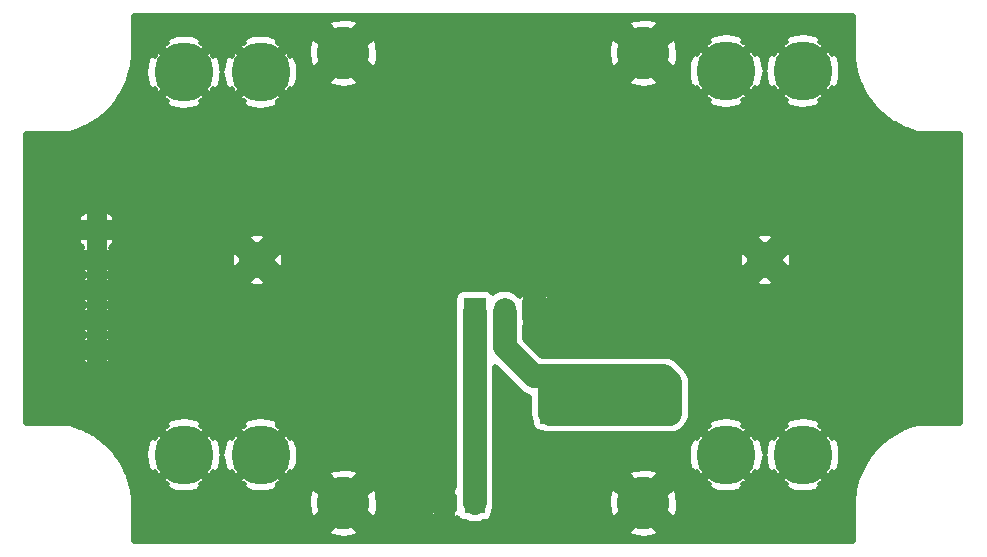
<source format=gbr>
G04 #@! TF.GenerationSoftware,KiCad,Pcbnew,(5.1.5)-3*
G04 #@! TF.CreationDate,2020-05-07T21:48:57-04:00*
G04 #@! TF.ProjectId,MOSFET Dummyload,4d4f5346-4554-4204-9475-6d6d796c6f61,rev?*
G04 #@! TF.SameCoordinates,Original*
G04 #@! TF.FileFunction,Copper,L1,Top*
G04 #@! TF.FilePolarity,Positive*
%FSLAX46Y46*%
G04 Gerber Fmt 4.6, Leading zero omitted, Abs format (unit mm)*
G04 Created by KiCad (PCBNEW (5.1.5)-3) date 2020-05-07 21:48:57*
%MOMM*%
%LPD*%
G04 APERTURE LIST*
%ADD10C,0.800000*%
%ADD11C,5.000000*%
%ADD12C,4.500000*%
%ADD13O,1.700000X1.700000*%
%ADD14R,1.700000X1.700000*%
%ADD15O,1.905000X2.000000*%
%ADD16R,1.905000X2.000000*%
%ADD17C,3.000000*%
%ADD18C,2.000000*%
%ADD19C,0.500000*%
G04 APERTURE END LIST*
D10*
X147225825Y-76174175D03*
X145900000Y-75625000D03*
X144574175Y-76174175D03*
X144025000Y-77500000D03*
X144574175Y-78825825D03*
X145900000Y-79375000D03*
X147225825Y-78825825D03*
X147775000Y-77500000D03*
D11*
X145900000Y-77500000D03*
D10*
X153725825Y-108674175D03*
X152400000Y-108125000D03*
X151074175Y-108674175D03*
X150525000Y-110000000D03*
X151074175Y-111325825D03*
X152400000Y-111875000D03*
X153725825Y-111325825D03*
X154275000Y-110000000D03*
D11*
X152400000Y-110000000D03*
D10*
X101325825Y-108674175D03*
X100000000Y-108125000D03*
X98674175Y-108674175D03*
X98125000Y-110000000D03*
X98674175Y-111325825D03*
X100000000Y-111875000D03*
X101325825Y-111325825D03*
X101875000Y-110000000D03*
D11*
X100000000Y-110000000D03*
D10*
X147225825Y-108674175D03*
X145900000Y-108125000D03*
X144574175Y-108674175D03*
X144025000Y-110000000D03*
X144574175Y-111325825D03*
X145900000Y-111875000D03*
X147225825Y-111325825D03*
X147775000Y-110000000D03*
D11*
X145900000Y-110000000D03*
D10*
X105174175Y-108674175D03*
X104625000Y-110000000D03*
X105174175Y-111325825D03*
X106500000Y-111875000D03*
X107825825Y-111325825D03*
X108375000Y-110000000D03*
X107825825Y-108674175D03*
X106500000Y-108125000D03*
D11*
X106500000Y-110000000D03*
D10*
X153725825Y-76174175D03*
X152400000Y-75625000D03*
X151074175Y-76174175D03*
X150525000Y-77500000D03*
X151074175Y-78825825D03*
X152400000Y-79375000D03*
X153725825Y-78825825D03*
X154275000Y-77500000D03*
D11*
X152400000Y-77500000D03*
D10*
X101325825Y-76274175D03*
X100000000Y-75725000D03*
X98674175Y-76274175D03*
X98125000Y-77600000D03*
X98674175Y-78925825D03*
X100000000Y-79475000D03*
X101325825Y-78925825D03*
X101875000Y-77600000D03*
D11*
X100000000Y-77600000D03*
D10*
X107825825Y-76274175D03*
X106500000Y-75725000D03*
X105174175Y-76274175D03*
X104625000Y-77600000D03*
X105174175Y-78925825D03*
X106500000Y-79475000D03*
X107825825Y-78925825D03*
X108375000Y-77600000D03*
D11*
X106500000Y-77600000D03*
D12*
X113500000Y-114100000D03*
X138900000Y-114100000D03*
X138900000Y-76000000D03*
X113500000Y-76000000D03*
D13*
X92600000Y-101120000D03*
X92600000Y-98580000D03*
X92600000Y-96040000D03*
X92600000Y-93500000D03*
D14*
X92600000Y-90960000D03*
D15*
X129680000Y-97700000D03*
X127140000Y-97700000D03*
D16*
X124600000Y-97700000D03*
D13*
X141160000Y-106500000D03*
X138620000Y-106500000D03*
X136080000Y-106500000D03*
X133540000Y-106500000D03*
D14*
X131000000Y-106500000D03*
D13*
X122060000Y-114100000D03*
D14*
X124600000Y-114100000D03*
D17*
X106200000Y-93500000D03*
X149200000Y-93500000D03*
D18*
X124600000Y-103300000D02*
X124600000Y-97900000D01*
X124600000Y-114100000D02*
X124600000Y-103300000D01*
X131000000Y-106500000D02*
X131000000Y-104600000D01*
X131000000Y-104600000D02*
X131000000Y-103360000D01*
X131000000Y-106500000D02*
X141160000Y-106500000D01*
X131000000Y-103360000D02*
X140660000Y-103360000D01*
X141160000Y-103860000D02*
X141160000Y-106500000D01*
X140660000Y-103360000D02*
X141160000Y-103860000D01*
X131000000Y-104600000D02*
X139900000Y-104600000D01*
X127140000Y-100900000D02*
X127140000Y-97900000D01*
X129600000Y-103360000D02*
X127140000Y-100900000D01*
X131000000Y-103360000D02*
X129600000Y-103360000D01*
D19*
G36*
X156618950Y-76047470D02*
G01*
X156621413Y-76072480D01*
X156641866Y-76418303D01*
X156648108Y-76463378D01*
X156652095Y-76508740D01*
X156816940Y-77491440D01*
X156826149Y-77528313D01*
X156849259Y-77620847D01*
X157165804Y-78565661D01*
X157179730Y-78598432D01*
X157217968Y-78688417D01*
X157678416Y-79572080D01*
X157734013Y-79660975D01*
X157749142Y-79685165D01*
X158342157Y-80485920D01*
X158429702Y-80586549D01*
X159140676Y-81284669D01*
X159140682Y-81284676D01*
X159242891Y-81370371D01*
X160054328Y-81948681D01*
X160168684Y-82017331D01*
X161060600Y-82461586D01*
X161184287Y-82511502D01*
X161184291Y-82511503D01*
X162059170Y-82786972D01*
X162063145Y-82789097D01*
X162223371Y-82837700D01*
X162348251Y-82850000D01*
X165731001Y-82850000D01*
X165731000Y-107261442D01*
X162348251Y-107261442D01*
X162306840Y-107265521D01*
X162306828Y-107265521D01*
X162306816Y-107265523D01*
X162223371Y-107273742D01*
X162159328Y-107293169D01*
X161824237Y-107380549D01*
X161781229Y-107395455D01*
X161737519Y-107408198D01*
X160805744Y-107761281D01*
X160691511Y-107815166D01*
X160685111Y-107818185D01*
X159820041Y-108312683D01*
X159709795Y-108387756D01*
X159709788Y-108387763D01*
X158932732Y-109011494D01*
X158835587Y-109102889D01*
X158165665Y-109840505D01*
X158165664Y-109840506D01*
X158084013Y-109945973D01*
X157537728Y-110779309D01*
X157483601Y-110877984D01*
X157473581Y-110896250D01*
X157064383Y-111804782D01*
X157019319Y-111930319D01*
X156757285Y-112891678D01*
X156757285Y-112891679D01*
X156732414Y-113022719D01*
X156632597Y-113934653D01*
X156631251Y-113939091D01*
X156618951Y-114063971D01*
X156618950Y-117268921D01*
X95771050Y-117268921D01*
X95771050Y-116557701D01*
X112102959Y-116557701D01*
X112390590Y-116902947D01*
X112958736Y-117065525D01*
X113547681Y-117114138D01*
X114134794Y-117046920D01*
X114609410Y-116902947D01*
X114897041Y-116557701D01*
X137502959Y-116557701D01*
X137790590Y-116902947D01*
X138358736Y-117065525D01*
X138947681Y-117114138D01*
X139534794Y-117046920D01*
X140009410Y-116902947D01*
X140297041Y-116557701D01*
X138900000Y-115160660D01*
X137502959Y-116557701D01*
X114897041Y-116557701D01*
X113500000Y-115160660D01*
X112102959Y-116557701D01*
X95771050Y-116557701D01*
X95771050Y-114147681D01*
X110485862Y-114147681D01*
X110553080Y-114734794D01*
X110697053Y-115209410D01*
X111042299Y-115497041D01*
X112439340Y-114100000D01*
X114560660Y-114100000D01*
X115957701Y-115497041D01*
X116302947Y-115209410D01*
X116384433Y-114924646D01*
X120688860Y-114924646D01*
X120876087Y-115176297D01*
X121108811Y-115386586D01*
X121235357Y-115471118D01*
X121460000Y-115378732D01*
X121460000Y-114700000D01*
X120764238Y-114700000D01*
X120688860Y-114924646D01*
X116384433Y-114924646D01*
X116465525Y-114641264D01*
X116514138Y-114052319D01*
X116446920Y-113465206D01*
X116389330Y-113275354D01*
X120688860Y-113275354D01*
X120764238Y-113500000D01*
X121460000Y-113500000D01*
X121460000Y-112821268D01*
X122660000Y-112821268D01*
X122660000Y-113500000D01*
X122830000Y-113500000D01*
X122830000Y-114700000D01*
X122660000Y-114700000D01*
X122660000Y-115378732D01*
X122884643Y-115471118D01*
X123011189Y-115386586D01*
X123093291Y-115312399D01*
X123123381Y-115368693D01*
X123217105Y-115482895D01*
X123331307Y-115576619D01*
X123461599Y-115646261D01*
X123602974Y-115689147D01*
X123750000Y-115703628D01*
X123887806Y-115703628D01*
X123927064Y-115724612D01*
X124256940Y-115824679D01*
X124600000Y-115858467D01*
X124943059Y-115824679D01*
X125272935Y-115724612D01*
X125312193Y-115703628D01*
X125450000Y-115703628D01*
X125597026Y-115689147D01*
X125738401Y-115646261D01*
X125868693Y-115576619D01*
X125982895Y-115482895D01*
X126076619Y-115368693D01*
X126146261Y-115238401D01*
X126189147Y-115097026D01*
X126203628Y-114950000D01*
X126203628Y-114812194D01*
X126224612Y-114772936D01*
X126324679Y-114443060D01*
X126350000Y-114185968D01*
X126350000Y-114147681D01*
X135885862Y-114147681D01*
X135953080Y-114734794D01*
X136097053Y-115209410D01*
X136442299Y-115497041D01*
X137839340Y-114100000D01*
X139960660Y-114100000D01*
X141357701Y-115497041D01*
X141702947Y-115209410D01*
X141865525Y-114641264D01*
X141914138Y-114052319D01*
X141846920Y-113465206D01*
X141702947Y-112990590D01*
X141357701Y-112702959D01*
X139960660Y-114100000D01*
X137839340Y-114100000D01*
X136442299Y-112702959D01*
X136097053Y-112990590D01*
X135934475Y-113558736D01*
X135885862Y-114147681D01*
X126350000Y-114147681D01*
X126350000Y-111642299D01*
X137502959Y-111642299D01*
X138900000Y-113039340D01*
X139831192Y-112108148D01*
X144003984Y-112108148D01*
X144022051Y-112340954D01*
X144230701Y-112429163D01*
X144452552Y-112474970D01*
X144485451Y-112475209D01*
X144319291Y-112641369D01*
X144638524Y-113012248D01*
X145250423Y-113200470D01*
X145887286Y-113265700D01*
X146524636Y-113205430D01*
X147137982Y-113021979D01*
X147161476Y-113012248D01*
X147480709Y-112641369D01*
X147315849Y-112476509D01*
X147330726Y-112476617D01*
X147553218Y-112434040D01*
X147763130Y-112348874D01*
X147777949Y-112340954D01*
X147796016Y-112108148D01*
X150503984Y-112108148D01*
X150522051Y-112340954D01*
X150730701Y-112429163D01*
X150952552Y-112474970D01*
X150985451Y-112475209D01*
X150819291Y-112641369D01*
X151138524Y-113012248D01*
X151750423Y-113200470D01*
X152387286Y-113265700D01*
X153024636Y-113205430D01*
X153637982Y-113021979D01*
X153661476Y-113012248D01*
X153980709Y-112641369D01*
X153815849Y-112476509D01*
X153830726Y-112476617D01*
X154053218Y-112434040D01*
X154263130Y-112348874D01*
X154277949Y-112340954D01*
X154296016Y-112108148D01*
X153725825Y-111537957D01*
X153710644Y-111553139D01*
X153498512Y-111341007D01*
X153513693Y-111325825D01*
X152943502Y-110755634D01*
X152915326Y-110757821D01*
X152685921Y-110528416D01*
X152488721Y-110725616D01*
X152309979Y-110724316D01*
X152114079Y-110528416D01*
X151884674Y-110757821D01*
X151856498Y-110755634D01*
X151286307Y-111325825D01*
X151301489Y-111341007D01*
X151089357Y-111553139D01*
X151074175Y-111537957D01*
X150503984Y-112108148D01*
X147796016Y-112108148D01*
X147225825Y-111537957D01*
X147210644Y-111553139D01*
X146998512Y-111341007D01*
X147013693Y-111325825D01*
X146443502Y-110755634D01*
X146415326Y-110757821D01*
X146185921Y-110528416D01*
X145988721Y-110725616D01*
X145809979Y-110724316D01*
X145614079Y-110528416D01*
X145384674Y-110757821D01*
X145356498Y-110755634D01*
X144786307Y-111325825D01*
X144801489Y-111341007D01*
X144589357Y-111553139D01*
X144574175Y-111537957D01*
X144003984Y-112108148D01*
X139831192Y-112108148D01*
X140297041Y-111642299D01*
X140009410Y-111297053D01*
X139441264Y-111134475D01*
X138852319Y-111085862D01*
X138265206Y-111153080D01*
X137790590Y-111297053D01*
X137502959Y-111642299D01*
X126350000Y-111642299D01*
X126350000Y-109987286D01*
X142634300Y-109987286D01*
X142694570Y-110624636D01*
X142878021Y-111237982D01*
X142887752Y-111261476D01*
X143258631Y-111580709D01*
X143423491Y-111415849D01*
X143423383Y-111430726D01*
X143465960Y-111653218D01*
X143551126Y-111863130D01*
X143559046Y-111877949D01*
X143791852Y-111896016D01*
X144362043Y-111325825D01*
X144346862Y-111310644D01*
X144558994Y-111098512D01*
X144574175Y-111113693D01*
X145144366Y-110543502D01*
X145142179Y-110515326D01*
X145371584Y-110285921D01*
X145174384Y-110088721D01*
X145175684Y-109909979D01*
X145371584Y-109714079D01*
X146428416Y-109714079D01*
X146625616Y-109911279D01*
X146624316Y-110090021D01*
X146428416Y-110285921D01*
X146657821Y-110515326D01*
X146655634Y-110543502D01*
X147225825Y-111113693D01*
X147241007Y-111098512D01*
X147453139Y-111310644D01*
X147437957Y-111325825D01*
X148008148Y-111896016D01*
X148240954Y-111877949D01*
X148329163Y-111669299D01*
X148374970Y-111447448D01*
X148375209Y-111414549D01*
X148541369Y-111580709D01*
X148912248Y-111261476D01*
X149100470Y-110649577D01*
X149150624Y-110159908D01*
X149194570Y-110624636D01*
X149378021Y-111237982D01*
X149387752Y-111261476D01*
X149758631Y-111580709D01*
X149923491Y-111415849D01*
X149923383Y-111430726D01*
X149965960Y-111653218D01*
X150051126Y-111863130D01*
X150059046Y-111877949D01*
X150291852Y-111896016D01*
X150862043Y-111325825D01*
X150846862Y-111310644D01*
X151058994Y-111098512D01*
X151074175Y-111113693D01*
X151644366Y-110543502D01*
X151642179Y-110515326D01*
X151871584Y-110285921D01*
X151674384Y-110088721D01*
X151675684Y-109909979D01*
X151871584Y-109714079D01*
X152928416Y-109714079D01*
X153125616Y-109911279D01*
X153124316Y-110090021D01*
X152928416Y-110285921D01*
X153157821Y-110515326D01*
X153155634Y-110543502D01*
X153725825Y-111113693D01*
X153741007Y-111098512D01*
X153953139Y-111310644D01*
X153937957Y-111325825D01*
X154508148Y-111896016D01*
X154740954Y-111877949D01*
X154829163Y-111669299D01*
X154874970Y-111447448D01*
X154875209Y-111414549D01*
X155041369Y-111580709D01*
X155412248Y-111261476D01*
X155600470Y-110649577D01*
X155665700Y-110012714D01*
X155605430Y-109375364D01*
X155421979Y-108762018D01*
X155412248Y-108738524D01*
X155041369Y-108419291D01*
X154876509Y-108584151D01*
X154876617Y-108569274D01*
X154834040Y-108346782D01*
X154748874Y-108136870D01*
X154740954Y-108122051D01*
X154508148Y-108103984D01*
X153937957Y-108674175D01*
X153953139Y-108689357D01*
X153741007Y-108901489D01*
X153725825Y-108886307D01*
X153155634Y-109456498D01*
X153157821Y-109484674D01*
X152928416Y-109714079D01*
X151871584Y-109714079D01*
X151642179Y-109484674D01*
X151644366Y-109456498D01*
X151074175Y-108886307D01*
X151058994Y-108901489D01*
X150846862Y-108689357D01*
X150862043Y-108674175D01*
X150291852Y-108103984D01*
X150059046Y-108122051D01*
X149970837Y-108330701D01*
X149925030Y-108552552D01*
X149924791Y-108585451D01*
X149758631Y-108419291D01*
X149387752Y-108738524D01*
X149199530Y-109350423D01*
X149149376Y-109840092D01*
X149105430Y-109375364D01*
X148921979Y-108762018D01*
X148912248Y-108738524D01*
X148541369Y-108419291D01*
X148376509Y-108584151D01*
X148376617Y-108569274D01*
X148334040Y-108346782D01*
X148248874Y-108136870D01*
X148240954Y-108122051D01*
X148008148Y-108103984D01*
X147437957Y-108674175D01*
X147453139Y-108689357D01*
X147241007Y-108901489D01*
X147225825Y-108886307D01*
X146655634Y-109456498D01*
X146657821Y-109484674D01*
X146428416Y-109714079D01*
X145371584Y-109714079D01*
X145142179Y-109484674D01*
X145144366Y-109456498D01*
X144574175Y-108886307D01*
X144558994Y-108901489D01*
X144346862Y-108689357D01*
X144362043Y-108674175D01*
X143791852Y-108103984D01*
X143559046Y-108122051D01*
X143470837Y-108330701D01*
X143425030Y-108552552D01*
X143424791Y-108585451D01*
X143258631Y-108419291D01*
X142887752Y-108738524D01*
X142699530Y-109350423D01*
X142634300Y-109987286D01*
X126350000Y-109987286D01*
X126350000Y-102584873D01*
X128301774Y-104536648D01*
X128356576Y-104603424D01*
X128423350Y-104658224D01*
X128423351Y-104658225D01*
X128623047Y-104822112D01*
X128768766Y-104900000D01*
X128927064Y-104984612D01*
X129250001Y-105082574D01*
X129250000Y-106414031D01*
X129241533Y-106500000D01*
X129275321Y-106843060D01*
X129375388Y-107172936D01*
X129396372Y-107212194D01*
X129396372Y-107350000D01*
X129410853Y-107497026D01*
X129453739Y-107638401D01*
X129523381Y-107768693D01*
X129617105Y-107882895D01*
X129731307Y-107976619D01*
X129861599Y-108046261D01*
X130002974Y-108089147D01*
X130150000Y-108103628D01*
X130287806Y-108103628D01*
X130327064Y-108124612D01*
X130656940Y-108224679D01*
X131000000Y-108258467D01*
X131085968Y-108250000D01*
X141074032Y-108250000D01*
X141160000Y-108258467D01*
X141245968Y-108250000D01*
X141503060Y-108224679D01*
X141832936Y-108124612D01*
X142136952Y-107962112D01*
X142222564Y-107891852D01*
X144003984Y-107891852D01*
X144574175Y-108462043D01*
X144589357Y-108446862D01*
X144801489Y-108658994D01*
X144786307Y-108674175D01*
X145356498Y-109244366D01*
X145384674Y-109242179D01*
X145614079Y-109471584D01*
X145811279Y-109274384D01*
X145990021Y-109275684D01*
X146185921Y-109471584D01*
X146415326Y-109242179D01*
X146443502Y-109244366D01*
X147013693Y-108674175D01*
X146998512Y-108658994D01*
X147210644Y-108446862D01*
X147225825Y-108462043D01*
X147796016Y-107891852D01*
X150503984Y-107891852D01*
X151074175Y-108462043D01*
X151089357Y-108446862D01*
X151301489Y-108658994D01*
X151286307Y-108674175D01*
X151856498Y-109244366D01*
X151884674Y-109242179D01*
X152114079Y-109471584D01*
X152311279Y-109274384D01*
X152490021Y-109275684D01*
X152685921Y-109471584D01*
X152915326Y-109242179D01*
X152943502Y-109244366D01*
X153513693Y-108674175D01*
X153498512Y-108658994D01*
X153710644Y-108446862D01*
X153725825Y-108462043D01*
X154296016Y-107891852D01*
X154277949Y-107659046D01*
X154069299Y-107570837D01*
X153847448Y-107525030D01*
X153814549Y-107524791D01*
X153980709Y-107358631D01*
X153661476Y-106987752D01*
X153049577Y-106799530D01*
X152412714Y-106734300D01*
X151775364Y-106794570D01*
X151162018Y-106978021D01*
X151138524Y-106987752D01*
X150819291Y-107358631D01*
X150984151Y-107523491D01*
X150969274Y-107523383D01*
X150746782Y-107565960D01*
X150536870Y-107651126D01*
X150522051Y-107659046D01*
X150503984Y-107891852D01*
X147796016Y-107891852D01*
X147777949Y-107659046D01*
X147569299Y-107570837D01*
X147347448Y-107525030D01*
X147314549Y-107524791D01*
X147480709Y-107358631D01*
X147161476Y-106987752D01*
X146549577Y-106799530D01*
X145912714Y-106734300D01*
X145275364Y-106794570D01*
X144662018Y-106978021D01*
X144638524Y-106987752D01*
X144319291Y-107358631D01*
X144484151Y-107523491D01*
X144469274Y-107523383D01*
X144246782Y-107565960D01*
X144036870Y-107651126D01*
X144022051Y-107659046D01*
X144003984Y-107891852D01*
X142222564Y-107891852D01*
X142403424Y-107743424D01*
X142622112Y-107476952D01*
X142784612Y-107172936D01*
X142884679Y-106843060D01*
X142918467Y-106500000D01*
X142910000Y-106414032D01*
X142910000Y-103945966D01*
X142918467Y-103860000D01*
X142903010Y-103703060D01*
X142884679Y-103516940D01*
X142784612Y-103187064D01*
X142622112Y-102883048D01*
X142403424Y-102616576D01*
X142336645Y-102561772D01*
X141958229Y-102183356D01*
X141903424Y-102116576D01*
X141636952Y-101897888D01*
X141332936Y-101735388D01*
X141003060Y-101635321D01*
X140745968Y-101610000D01*
X140745965Y-101610000D01*
X140660000Y-101601533D01*
X140574035Y-101610000D01*
X131085968Y-101610000D01*
X131000000Y-101601533D01*
X130914032Y-101610000D01*
X130324874Y-101610000D01*
X128890000Y-100175127D01*
X128890000Y-99119529D01*
X128977500Y-99089781D01*
X128977500Y-98450000D01*
X130382500Y-98450000D01*
X130382500Y-99089781D01*
X130616451Y-99169318D01*
X130626041Y-99151146D01*
X130881701Y-98939612D01*
X131091180Y-98682266D01*
X131032536Y-98450000D01*
X130382500Y-98450000D01*
X128977500Y-98450000D01*
X128910000Y-98450000D01*
X128910000Y-96950000D01*
X128977500Y-96950000D01*
X128977500Y-96310219D01*
X130382500Y-96310219D01*
X130382500Y-96950000D01*
X131032536Y-96950000D01*
X131091180Y-96717734D01*
X130881701Y-96460388D01*
X130626041Y-96248854D01*
X130616451Y-96230682D01*
X130382500Y-96310219D01*
X128977500Y-96310219D01*
X128743549Y-96230682D01*
X128733959Y-96248854D01*
X128478299Y-96460388D01*
X128421426Y-96530256D01*
X128349674Y-96442826D01*
X128090434Y-96230074D01*
X127794670Y-96071985D01*
X127473747Y-95974634D01*
X127140000Y-95941763D01*
X126806252Y-95974634D01*
X126485329Y-96071985D01*
X126189565Y-96230074D01*
X126158199Y-96255816D01*
X126085395Y-96167105D01*
X125971193Y-96073381D01*
X125840901Y-96003739D01*
X125699526Y-95960853D01*
X125552500Y-95946372D01*
X123647500Y-95946372D01*
X123500474Y-95960853D01*
X123359099Y-96003739D01*
X123228807Y-96073381D01*
X123114605Y-96167105D01*
X123020881Y-96281307D01*
X122951239Y-96411599D01*
X122908353Y-96552974D01*
X122893872Y-96700000D01*
X122893872Y-97495789D01*
X122875322Y-97556940D01*
X122850001Y-97814032D01*
X122850000Y-103385967D01*
X122850001Y-103385977D01*
X122850000Y-112743129D01*
X122660000Y-112821268D01*
X121460000Y-112821268D01*
X121235357Y-112728882D01*
X121108811Y-112813414D01*
X120876087Y-113023703D01*
X120688860Y-113275354D01*
X116389330Y-113275354D01*
X116302947Y-112990590D01*
X115957701Y-112702959D01*
X114560660Y-114100000D01*
X112439340Y-114100000D01*
X111042299Y-112702959D01*
X110697053Y-112990590D01*
X110534475Y-113558736D01*
X110485862Y-114147681D01*
X95771050Y-114147681D01*
X95771050Y-114063971D01*
X95768587Y-114038960D01*
X95748134Y-113693139D01*
X95741889Y-113648044D01*
X95737904Y-113602702D01*
X95573060Y-112620002D01*
X95544424Y-112505341D01*
X95540741Y-112490595D01*
X95412609Y-112108148D01*
X98103984Y-112108148D01*
X98122051Y-112340954D01*
X98330701Y-112429163D01*
X98552552Y-112474970D01*
X98585451Y-112475209D01*
X98419291Y-112641369D01*
X98738524Y-113012248D01*
X99350423Y-113200470D01*
X99987286Y-113265700D01*
X100624636Y-113205430D01*
X101237982Y-113021979D01*
X101261476Y-113012248D01*
X101580709Y-112641369D01*
X101415849Y-112476509D01*
X101430726Y-112476617D01*
X101653218Y-112434040D01*
X101863130Y-112348874D01*
X101877949Y-112340954D01*
X101896016Y-112108148D01*
X104603984Y-112108148D01*
X104622051Y-112340954D01*
X104830701Y-112429163D01*
X105052552Y-112474970D01*
X105085451Y-112475209D01*
X104919291Y-112641369D01*
X105238524Y-113012248D01*
X105850423Y-113200470D01*
X106487286Y-113265700D01*
X107124636Y-113205430D01*
X107737982Y-113021979D01*
X107761476Y-113012248D01*
X108080709Y-112641369D01*
X107915849Y-112476509D01*
X107930726Y-112476617D01*
X108153218Y-112434040D01*
X108363130Y-112348874D01*
X108377949Y-112340954D01*
X108396016Y-112108148D01*
X107825825Y-111537957D01*
X107810644Y-111553139D01*
X107598512Y-111341007D01*
X107613693Y-111325825D01*
X107043502Y-110755634D01*
X107015326Y-110757821D01*
X106785921Y-110528416D01*
X106588721Y-110725616D01*
X106409979Y-110724316D01*
X106214079Y-110528416D01*
X105984674Y-110757821D01*
X105956498Y-110755634D01*
X105386307Y-111325825D01*
X105401489Y-111341007D01*
X105189357Y-111553139D01*
X105174175Y-111537957D01*
X104603984Y-112108148D01*
X101896016Y-112108148D01*
X101325825Y-111537957D01*
X101310644Y-111553139D01*
X101098512Y-111341007D01*
X101113693Y-111325825D01*
X100543502Y-110755634D01*
X100515326Y-110757821D01*
X100285921Y-110528416D01*
X100088721Y-110725616D01*
X99909979Y-110724316D01*
X99714079Y-110528416D01*
X99484674Y-110757821D01*
X99456498Y-110755634D01*
X98886307Y-111325825D01*
X98901489Y-111341007D01*
X98689357Y-111553139D01*
X98674175Y-111537957D01*
X98103984Y-112108148D01*
X95412609Y-112108148D01*
X95224196Y-111545781D01*
X95178401Y-111438014D01*
X95172032Y-111423025D01*
X94711584Y-110539362D01*
X94640858Y-110426277D01*
X94315755Y-109987286D01*
X96734300Y-109987286D01*
X96794570Y-110624636D01*
X96978021Y-111237982D01*
X96987752Y-111261476D01*
X97358631Y-111580709D01*
X97523491Y-111415849D01*
X97523383Y-111430726D01*
X97565960Y-111653218D01*
X97651126Y-111863130D01*
X97659046Y-111877949D01*
X97891852Y-111896016D01*
X98462043Y-111325825D01*
X98446862Y-111310644D01*
X98658994Y-111098512D01*
X98674175Y-111113693D01*
X99244366Y-110543502D01*
X99242179Y-110515326D01*
X99471584Y-110285921D01*
X99274384Y-110088721D01*
X99275684Y-109909979D01*
X99471584Y-109714079D01*
X100528416Y-109714079D01*
X100725616Y-109911279D01*
X100724316Y-110090021D01*
X100528416Y-110285921D01*
X100757821Y-110515326D01*
X100755634Y-110543502D01*
X101325825Y-111113693D01*
X101341007Y-111098512D01*
X101553139Y-111310644D01*
X101537957Y-111325825D01*
X102108148Y-111896016D01*
X102340954Y-111877949D01*
X102429163Y-111669299D01*
X102474970Y-111447448D01*
X102475209Y-111414549D01*
X102641369Y-111580709D01*
X103012248Y-111261476D01*
X103200470Y-110649577D01*
X103250624Y-110159908D01*
X103294570Y-110624636D01*
X103478021Y-111237982D01*
X103487752Y-111261476D01*
X103858631Y-111580709D01*
X104023491Y-111415849D01*
X104023383Y-111430726D01*
X104065960Y-111653218D01*
X104151126Y-111863130D01*
X104159046Y-111877949D01*
X104391852Y-111896016D01*
X104962043Y-111325825D01*
X104946862Y-111310644D01*
X105158994Y-111098512D01*
X105174175Y-111113693D01*
X105744366Y-110543502D01*
X105742179Y-110515326D01*
X105971584Y-110285921D01*
X105774384Y-110088721D01*
X105775684Y-109909979D01*
X105971584Y-109714079D01*
X107028416Y-109714079D01*
X107225616Y-109911279D01*
X107224316Y-110090021D01*
X107028416Y-110285921D01*
X107257821Y-110515326D01*
X107255634Y-110543502D01*
X107825825Y-111113693D01*
X107841007Y-111098512D01*
X108053139Y-111310644D01*
X108037957Y-111325825D01*
X108608148Y-111896016D01*
X108840954Y-111877949D01*
X108929163Y-111669299D01*
X108934737Y-111642299D01*
X112102959Y-111642299D01*
X113500000Y-113039340D01*
X114897041Y-111642299D01*
X114609410Y-111297053D01*
X114041264Y-111134475D01*
X113452319Y-111085862D01*
X112865206Y-111153080D01*
X112390590Y-111297053D01*
X112102959Y-111642299D01*
X108934737Y-111642299D01*
X108974970Y-111447448D01*
X108975209Y-111414549D01*
X109141369Y-111580709D01*
X109512248Y-111261476D01*
X109700470Y-110649577D01*
X109765700Y-110012714D01*
X109705430Y-109375364D01*
X109521979Y-108762018D01*
X109512248Y-108738524D01*
X109141369Y-108419291D01*
X108976509Y-108584151D01*
X108976617Y-108569274D01*
X108934040Y-108346782D01*
X108848874Y-108136870D01*
X108840954Y-108122051D01*
X108608148Y-108103984D01*
X108037957Y-108674175D01*
X108053139Y-108689357D01*
X107841007Y-108901489D01*
X107825825Y-108886307D01*
X107255634Y-109456498D01*
X107257821Y-109484674D01*
X107028416Y-109714079D01*
X105971584Y-109714079D01*
X105742179Y-109484674D01*
X105744366Y-109456498D01*
X105174175Y-108886307D01*
X105158994Y-108901489D01*
X104946862Y-108689357D01*
X104962043Y-108674175D01*
X104391852Y-108103984D01*
X104159046Y-108122051D01*
X104070837Y-108330701D01*
X104025030Y-108552552D01*
X104024791Y-108585451D01*
X103858631Y-108419291D01*
X103487752Y-108738524D01*
X103299530Y-109350423D01*
X103249376Y-109840092D01*
X103205430Y-109375364D01*
X103021979Y-108762018D01*
X103012248Y-108738524D01*
X102641369Y-108419291D01*
X102476509Y-108584151D01*
X102476617Y-108569274D01*
X102434040Y-108346782D01*
X102348874Y-108136870D01*
X102340954Y-108122051D01*
X102108148Y-108103984D01*
X101537957Y-108674175D01*
X101553139Y-108689357D01*
X101341007Y-108901489D01*
X101325825Y-108886307D01*
X100755634Y-109456498D01*
X100757821Y-109484674D01*
X100528416Y-109714079D01*
X99471584Y-109714079D01*
X99242179Y-109484674D01*
X99244366Y-109456498D01*
X98674175Y-108886307D01*
X98658994Y-108901489D01*
X98446862Y-108689357D01*
X98462043Y-108674175D01*
X97891852Y-108103984D01*
X97659046Y-108122051D01*
X97570837Y-108330701D01*
X97525030Y-108552552D01*
X97524791Y-108585451D01*
X97358631Y-108419291D01*
X96987752Y-108738524D01*
X96799530Y-109350423D01*
X96734300Y-109987286D01*
X94315755Y-109987286D01*
X94047847Y-109625528D01*
X94047843Y-109625522D01*
X93960298Y-109524893D01*
X93249318Y-108826766D01*
X93147109Y-108741071D01*
X92335672Y-108162761D01*
X92250185Y-108111442D01*
X92221316Y-108094111D01*
X91815247Y-107891852D01*
X98103984Y-107891852D01*
X98674175Y-108462043D01*
X98689357Y-108446862D01*
X98901489Y-108658994D01*
X98886307Y-108674175D01*
X99456498Y-109244366D01*
X99484674Y-109242179D01*
X99714079Y-109471584D01*
X99911279Y-109274384D01*
X100090021Y-109275684D01*
X100285921Y-109471584D01*
X100515326Y-109242179D01*
X100543502Y-109244366D01*
X101113693Y-108674175D01*
X101098512Y-108658994D01*
X101310644Y-108446862D01*
X101325825Y-108462043D01*
X101896016Y-107891852D01*
X104603984Y-107891852D01*
X105174175Y-108462043D01*
X105189357Y-108446862D01*
X105401489Y-108658994D01*
X105386307Y-108674175D01*
X105956498Y-109244366D01*
X105984674Y-109242179D01*
X106214079Y-109471584D01*
X106411279Y-109274384D01*
X106590021Y-109275684D01*
X106785921Y-109471584D01*
X107015326Y-109242179D01*
X107043502Y-109244366D01*
X107613693Y-108674175D01*
X107598512Y-108658994D01*
X107810644Y-108446862D01*
X107825825Y-108462043D01*
X108396016Y-107891852D01*
X108377949Y-107659046D01*
X108169299Y-107570837D01*
X107947448Y-107525030D01*
X107914549Y-107524791D01*
X108080709Y-107358631D01*
X107761476Y-106987752D01*
X107149577Y-106799530D01*
X106512714Y-106734300D01*
X105875364Y-106794570D01*
X105262018Y-106978021D01*
X105238524Y-106987752D01*
X104919291Y-107358631D01*
X105084151Y-107523491D01*
X105069274Y-107523383D01*
X104846782Y-107565960D01*
X104636870Y-107651126D01*
X104622051Y-107659046D01*
X104603984Y-107891852D01*
X101896016Y-107891852D01*
X101877949Y-107659046D01*
X101669299Y-107570837D01*
X101447448Y-107525030D01*
X101414549Y-107524791D01*
X101580709Y-107358631D01*
X101261476Y-106987752D01*
X100649577Y-106799530D01*
X100012714Y-106734300D01*
X99375364Y-106794570D01*
X98762018Y-106978021D01*
X98738524Y-106987752D01*
X98419291Y-107358631D01*
X98584151Y-107523491D01*
X98569274Y-107523383D01*
X98346782Y-107565960D01*
X98136870Y-107651126D01*
X98122051Y-107659046D01*
X98103984Y-107891852D01*
X91815247Y-107891852D01*
X91329405Y-107649859D01*
X91329400Y-107649856D01*
X91205713Y-107599940D01*
X90330830Y-107324470D01*
X90326855Y-107322345D01*
X90166629Y-107273742D01*
X90041749Y-107261442D01*
X86659000Y-107261442D01*
X86659000Y-101944643D01*
X91228882Y-101944643D01*
X91313414Y-102071189D01*
X91523703Y-102303913D01*
X91775354Y-102491140D01*
X92000000Y-102415762D01*
X92000000Y-101720000D01*
X93200000Y-101720000D01*
X93200000Y-102415762D01*
X93424646Y-102491140D01*
X93676297Y-102303913D01*
X93886586Y-102071189D01*
X93971118Y-101944643D01*
X93878732Y-101720000D01*
X93200000Y-101720000D01*
X92000000Y-101720000D01*
X91321268Y-101720000D01*
X91228882Y-101944643D01*
X86659000Y-101944643D01*
X86659000Y-99404643D01*
X91228882Y-99404643D01*
X91313414Y-99531189D01*
X91523703Y-99763913D01*
X91639412Y-99850000D01*
X91523703Y-99936087D01*
X91313414Y-100168811D01*
X91228882Y-100295357D01*
X91321268Y-100520000D01*
X92000000Y-100520000D01*
X92000000Y-99180000D01*
X93200000Y-99180000D01*
X93200000Y-100520000D01*
X93878732Y-100520000D01*
X93971118Y-100295357D01*
X93886586Y-100168811D01*
X93676297Y-99936087D01*
X93560588Y-99850000D01*
X93676297Y-99763913D01*
X93886586Y-99531189D01*
X93971118Y-99404643D01*
X93878732Y-99180000D01*
X93200000Y-99180000D01*
X92000000Y-99180000D01*
X91321268Y-99180000D01*
X91228882Y-99404643D01*
X86659000Y-99404643D01*
X86659000Y-96864643D01*
X91228882Y-96864643D01*
X91313414Y-96991189D01*
X91523703Y-97223913D01*
X91639412Y-97310000D01*
X91523703Y-97396087D01*
X91313414Y-97628811D01*
X91228882Y-97755357D01*
X91321268Y-97980000D01*
X92000000Y-97980000D01*
X92000000Y-96640000D01*
X93200000Y-96640000D01*
X93200000Y-97980000D01*
X93878732Y-97980000D01*
X93971118Y-97755357D01*
X93886586Y-97628811D01*
X93676297Y-97396087D01*
X93560588Y-97310000D01*
X93676297Y-97223913D01*
X93886586Y-96991189D01*
X93971118Y-96864643D01*
X93878732Y-96640000D01*
X93200000Y-96640000D01*
X92000000Y-96640000D01*
X91321268Y-96640000D01*
X91228882Y-96864643D01*
X86659000Y-96864643D01*
X86659000Y-94324643D01*
X91228882Y-94324643D01*
X91313414Y-94451189D01*
X91523703Y-94683913D01*
X91639412Y-94770000D01*
X91523703Y-94856087D01*
X91313414Y-95088811D01*
X91228882Y-95215357D01*
X91321268Y-95440000D01*
X92000000Y-95440000D01*
X92000000Y-94100000D01*
X93200000Y-94100000D01*
X93200000Y-95440000D01*
X93878732Y-95440000D01*
X93896351Y-95397158D01*
X105363503Y-95397158D01*
X105553097Y-95666362D01*
X105988163Y-95750941D01*
X106431370Y-95749017D01*
X106846903Y-95666362D01*
X107036497Y-95397158D01*
X148363503Y-95397158D01*
X148553097Y-95666362D01*
X148988163Y-95750941D01*
X149431370Y-95749017D01*
X149846903Y-95666362D01*
X150036497Y-95397158D01*
X149200000Y-94560660D01*
X148363503Y-95397158D01*
X107036497Y-95397158D01*
X106200000Y-94560660D01*
X105363503Y-95397158D01*
X93896351Y-95397158D01*
X93971118Y-95215357D01*
X93886586Y-95088811D01*
X93676297Y-94856087D01*
X93560588Y-94770000D01*
X93676297Y-94683913D01*
X93886586Y-94451189D01*
X93971118Y-94324643D01*
X93878732Y-94100000D01*
X93200000Y-94100000D01*
X92000000Y-94100000D01*
X91321268Y-94100000D01*
X91228882Y-94324643D01*
X86659000Y-94324643D01*
X86659000Y-93288163D01*
X103949059Y-93288163D01*
X103950983Y-93731370D01*
X104033638Y-94146903D01*
X104302842Y-94336497D01*
X105139340Y-93500000D01*
X107260660Y-93500000D01*
X108097158Y-94336497D01*
X108366362Y-94146903D01*
X108450941Y-93711837D01*
X108449102Y-93288163D01*
X146949059Y-93288163D01*
X146950983Y-93731370D01*
X147033638Y-94146903D01*
X147302842Y-94336497D01*
X148139340Y-93500000D01*
X150260660Y-93500000D01*
X151097158Y-94336497D01*
X151366362Y-94146903D01*
X151450941Y-93711837D01*
X151449017Y-93268630D01*
X151366362Y-92853097D01*
X151097158Y-92663503D01*
X150260660Y-93500000D01*
X148139340Y-93500000D01*
X147302842Y-92663503D01*
X147033638Y-92853097D01*
X146949059Y-93288163D01*
X108449102Y-93288163D01*
X108449017Y-93268630D01*
X108366362Y-92853097D01*
X108097158Y-92663503D01*
X107260660Y-93500000D01*
X105139340Y-93500000D01*
X104302842Y-92663503D01*
X104033638Y-92853097D01*
X103949059Y-93288163D01*
X86659000Y-93288163D01*
X86659000Y-91810000D01*
X90996371Y-91810000D01*
X91010852Y-91957026D01*
X91053738Y-92098401D01*
X91123380Y-92228694D01*
X91217104Y-92342896D01*
X91331306Y-92436620D01*
X91387601Y-92466710D01*
X91313414Y-92548811D01*
X91228882Y-92675357D01*
X91321268Y-92900000D01*
X92000000Y-92900000D01*
X92000000Y-91560000D01*
X93200000Y-91560000D01*
X93200000Y-92900000D01*
X93878732Y-92900000D01*
X93971118Y-92675357D01*
X93886586Y-92548811D01*
X93812399Y-92466710D01*
X93868694Y-92436620D01*
X93982896Y-92342896D01*
X94076620Y-92228694D01*
X94146262Y-92098401D01*
X94189148Y-91957026D01*
X94203629Y-91810000D01*
X94200000Y-91747500D01*
X94055342Y-91602842D01*
X105363503Y-91602842D01*
X106200000Y-92439340D01*
X107036497Y-91602842D01*
X148363503Y-91602842D01*
X149200000Y-92439340D01*
X150036497Y-91602842D01*
X149846903Y-91333638D01*
X149411837Y-91249059D01*
X148968630Y-91250983D01*
X148553097Y-91333638D01*
X148363503Y-91602842D01*
X107036497Y-91602842D01*
X106846903Y-91333638D01*
X106411837Y-91249059D01*
X105968630Y-91250983D01*
X105553097Y-91333638D01*
X105363503Y-91602842D01*
X94055342Y-91602842D01*
X94012500Y-91560000D01*
X93200000Y-91560000D01*
X92000000Y-91560000D01*
X91187500Y-91560000D01*
X91000000Y-91747500D01*
X90996371Y-91810000D01*
X86659000Y-91810000D01*
X86659000Y-90110000D01*
X90996371Y-90110000D01*
X91000000Y-90172500D01*
X91187500Y-90360000D01*
X92000000Y-90360000D01*
X92000000Y-89547500D01*
X93200000Y-89547500D01*
X93200000Y-90360000D01*
X94012500Y-90360000D01*
X94200000Y-90172500D01*
X94203629Y-90110000D01*
X94189148Y-89962974D01*
X94146262Y-89821599D01*
X94076620Y-89691306D01*
X93982896Y-89577104D01*
X93868694Y-89483380D01*
X93738401Y-89413738D01*
X93597026Y-89370852D01*
X93450000Y-89356371D01*
X93387500Y-89360000D01*
X93200000Y-89547500D01*
X92000000Y-89547500D01*
X91812500Y-89360000D01*
X91750000Y-89356371D01*
X91602974Y-89370852D01*
X91461599Y-89413738D01*
X91331306Y-89483380D01*
X91217104Y-89577104D01*
X91123380Y-89691306D01*
X91053738Y-89821599D01*
X91010852Y-89962974D01*
X90996371Y-90110000D01*
X86659000Y-90110000D01*
X86659000Y-82850000D01*
X90041749Y-82850000D01*
X90083160Y-82845921D01*
X90083171Y-82845921D01*
X90083182Y-82845919D01*
X90166629Y-82837700D01*
X90230672Y-82818273D01*
X90565763Y-82730893D01*
X90608769Y-82715988D01*
X90652481Y-82703244D01*
X91584256Y-82350160D01*
X91704889Y-82293257D01*
X92569959Y-81798759D01*
X92680205Y-81723685D01*
X93457268Y-81099948D01*
X93480410Y-81078176D01*
X93554413Y-81008553D01*
X94224335Y-80270937D01*
X94228181Y-80265970D01*
X94266972Y-80215863D01*
X94305986Y-80165470D01*
X94305988Y-80165467D01*
X94605779Y-79708148D01*
X98103984Y-79708148D01*
X98122051Y-79940954D01*
X98330701Y-80029163D01*
X98552552Y-80074970D01*
X98585451Y-80075209D01*
X98419291Y-80241369D01*
X98738524Y-80612248D01*
X99350423Y-80800470D01*
X99987286Y-80865700D01*
X100624636Y-80805430D01*
X101237982Y-80621979D01*
X101261476Y-80612248D01*
X101580709Y-80241369D01*
X101415849Y-80076509D01*
X101430726Y-80076617D01*
X101653218Y-80034040D01*
X101863130Y-79948874D01*
X101877949Y-79940954D01*
X101896016Y-79708148D01*
X104603984Y-79708148D01*
X104622051Y-79940954D01*
X104830701Y-80029163D01*
X105052552Y-80074970D01*
X105085451Y-80075209D01*
X104919291Y-80241369D01*
X105238524Y-80612248D01*
X105850423Y-80800470D01*
X106487286Y-80865700D01*
X107124636Y-80805430D01*
X107737982Y-80621979D01*
X107761476Y-80612248D01*
X108080709Y-80241369D01*
X107915849Y-80076509D01*
X107930726Y-80076617D01*
X108153218Y-80034040D01*
X108363130Y-79948874D01*
X108377949Y-79940954D01*
X108396016Y-79708148D01*
X108296016Y-79608148D01*
X144003984Y-79608148D01*
X144022051Y-79840954D01*
X144230701Y-79929163D01*
X144452552Y-79974970D01*
X144485451Y-79975209D01*
X144319291Y-80141369D01*
X144638524Y-80512248D01*
X145250423Y-80700470D01*
X145887286Y-80765700D01*
X146524636Y-80705430D01*
X147137982Y-80521979D01*
X147161476Y-80512248D01*
X147480709Y-80141369D01*
X147315849Y-79976509D01*
X147330726Y-79976617D01*
X147553218Y-79934040D01*
X147763130Y-79848874D01*
X147777949Y-79840954D01*
X147796016Y-79608148D01*
X150503984Y-79608148D01*
X150522051Y-79840954D01*
X150730701Y-79929163D01*
X150952552Y-79974970D01*
X150985451Y-79975209D01*
X150819291Y-80141369D01*
X151138524Y-80512248D01*
X151750423Y-80700470D01*
X152387286Y-80765700D01*
X153024636Y-80705430D01*
X153637982Y-80521979D01*
X153661476Y-80512248D01*
X153980709Y-80141369D01*
X153815849Y-79976509D01*
X153830726Y-79976617D01*
X154053218Y-79934040D01*
X154263130Y-79848874D01*
X154277949Y-79840954D01*
X154296016Y-79608148D01*
X153725825Y-79037957D01*
X153710644Y-79053139D01*
X153498512Y-78841007D01*
X153513693Y-78825825D01*
X152943502Y-78255634D01*
X152915326Y-78257821D01*
X152685921Y-78028416D01*
X152488721Y-78225616D01*
X152309979Y-78224316D01*
X152114079Y-78028416D01*
X151884674Y-78257821D01*
X151856498Y-78255634D01*
X151286307Y-78825825D01*
X151301489Y-78841007D01*
X151089357Y-79053139D01*
X151074175Y-79037957D01*
X150503984Y-79608148D01*
X147796016Y-79608148D01*
X147225825Y-79037957D01*
X147210644Y-79053139D01*
X146998512Y-78841007D01*
X147013693Y-78825825D01*
X146443502Y-78255634D01*
X146415326Y-78257821D01*
X146185921Y-78028416D01*
X145988721Y-78225616D01*
X145809979Y-78224316D01*
X145614079Y-78028416D01*
X145384674Y-78257821D01*
X145356498Y-78255634D01*
X144786307Y-78825825D01*
X144801489Y-78841007D01*
X144589357Y-79053139D01*
X144574175Y-79037957D01*
X144003984Y-79608148D01*
X108296016Y-79608148D01*
X107825825Y-79137957D01*
X107810644Y-79153139D01*
X107598512Y-78941007D01*
X107613693Y-78925825D01*
X107043502Y-78355634D01*
X107015326Y-78357821D01*
X106785921Y-78128416D01*
X106588721Y-78325616D01*
X106409979Y-78324316D01*
X106214079Y-78128416D01*
X105984674Y-78357821D01*
X105956498Y-78355634D01*
X105386307Y-78925825D01*
X105401489Y-78941007D01*
X105189357Y-79153139D01*
X105174175Y-79137957D01*
X104603984Y-79708148D01*
X101896016Y-79708148D01*
X101325825Y-79137957D01*
X101310644Y-79153139D01*
X101098512Y-78941007D01*
X101113693Y-78925825D01*
X100543502Y-78355634D01*
X100515326Y-78357821D01*
X100285921Y-78128416D01*
X100088721Y-78325616D01*
X99909979Y-78324316D01*
X99714079Y-78128416D01*
X99484674Y-78357821D01*
X99456498Y-78355634D01*
X98886307Y-78925825D01*
X98901489Y-78941007D01*
X98689357Y-79153139D01*
X98674175Y-79137957D01*
X98103984Y-79708148D01*
X94605779Y-79708148D01*
X94852272Y-79332133D01*
X94886739Y-79269299D01*
X94916419Y-79215192D01*
X95325617Y-78306661D01*
X95350656Y-78236907D01*
X95370681Y-78181123D01*
X95532540Y-77587286D01*
X96734300Y-77587286D01*
X96794570Y-78224636D01*
X96978021Y-78837982D01*
X96987752Y-78861476D01*
X97358631Y-79180709D01*
X97523491Y-79015849D01*
X97523383Y-79030726D01*
X97565960Y-79253218D01*
X97651126Y-79463130D01*
X97659046Y-79477949D01*
X97891852Y-79496016D01*
X98462043Y-78925825D01*
X98446862Y-78910644D01*
X98658994Y-78698512D01*
X98674175Y-78713693D01*
X99244366Y-78143502D01*
X99242179Y-78115326D01*
X99471584Y-77885921D01*
X99274384Y-77688721D01*
X99275684Y-77509979D01*
X99471584Y-77314079D01*
X100528416Y-77314079D01*
X100725616Y-77511279D01*
X100724316Y-77690021D01*
X100528416Y-77885921D01*
X100757821Y-78115326D01*
X100755634Y-78143502D01*
X101325825Y-78713693D01*
X101341007Y-78698512D01*
X101553139Y-78910644D01*
X101537957Y-78925825D01*
X102108148Y-79496016D01*
X102340954Y-79477949D01*
X102429163Y-79269299D01*
X102474970Y-79047448D01*
X102475209Y-79014549D01*
X102641369Y-79180709D01*
X103012248Y-78861476D01*
X103200470Y-78249577D01*
X103250624Y-77759908D01*
X103294570Y-78224636D01*
X103478021Y-78837982D01*
X103487752Y-78861476D01*
X103858631Y-79180709D01*
X104023491Y-79015849D01*
X104023383Y-79030726D01*
X104065960Y-79253218D01*
X104151126Y-79463130D01*
X104159046Y-79477949D01*
X104391852Y-79496016D01*
X104962043Y-78925825D01*
X104946862Y-78910644D01*
X105158994Y-78698512D01*
X105174175Y-78713693D01*
X105744366Y-78143502D01*
X105742179Y-78115326D01*
X105971584Y-77885921D01*
X105774384Y-77688721D01*
X105775684Y-77509979D01*
X105971584Y-77314079D01*
X107028416Y-77314079D01*
X107225616Y-77511279D01*
X107224316Y-77690021D01*
X107028416Y-77885921D01*
X107257821Y-78115326D01*
X107255634Y-78143502D01*
X107825825Y-78713693D01*
X107841007Y-78698512D01*
X108053139Y-78910644D01*
X108037957Y-78925825D01*
X108608148Y-79496016D01*
X108840954Y-79477949D01*
X108929163Y-79269299D01*
X108974970Y-79047448D01*
X108975209Y-79014549D01*
X109141369Y-79180709D01*
X109512248Y-78861476D01*
X109636450Y-78457701D01*
X112102959Y-78457701D01*
X112390590Y-78802947D01*
X112958736Y-78965525D01*
X113547681Y-79014138D01*
X114134794Y-78946920D01*
X114609410Y-78802947D01*
X114897041Y-78457701D01*
X137502959Y-78457701D01*
X137790590Y-78802947D01*
X138358736Y-78965525D01*
X138947681Y-79014138D01*
X139534794Y-78946920D01*
X140009410Y-78802947D01*
X140297041Y-78457701D01*
X139326626Y-77487286D01*
X142634300Y-77487286D01*
X142694570Y-78124636D01*
X142878021Y-78737982D01*
X142887752Y-78761476D01*
X143258631Y-79080709D01*
X143423491Y-78915849D01*
X143423383Y-78930726D01*
X143465960Y-79153218D01*
X143551126Y-79363130D01*
X143559046Y-79377949D01*
X143791852Y-79396016D01*
X144362043Y-78825825D01*
X144346862Y-78810644D01*
X144558994Y-78598512D01*
X144574175Y-78613693D01*
X145144366Y-78043502D01*
X145142179Y-78015326D01*
X145371584Y-77785921D01*
X145174384Y-77588721D01*
X145175684Y-77409979D01*
X145371584Y-77214079D01*
X146428416Y-77214079D01*
X146625616Y-77411279D01*
X146624316Y-77590021D01*
X146428416Y-77785921D01*
X146657821Y-78015326D01*
X146655634Y-78043502D01*
X147225825Y-78613693D01*
X147241007Y-78598512D01*
X147453139Y-78810644D01*
X147437957Y-78825825D01*
X148008148Y-79396016D01*
X148240954Y-79377949D01*
X148329163Y-79169299D01*
X148374970Y-78947448D01*
X148375209Y-78914549D01*
X148541369Y-79080709D01*
X148912248Y-78761476D01*
X149100470Y-78149577D01*
X149150624Y-77659908D01*
X149194570Y-78124636D01*
X149378021Y-78737982D01*
X149387752Y-78761476D01*
X149758631Y-79080709D01*
X149923491Y-78915849D01*
X149923383Y-78930726D01*
X149965960Y-79153218D01*
X150051126Y-79363130D01*
X150059046Y-79377949D01*
X150291852Y-79396016D01*
X150862043Y-78825825D01*
X150846862Y-78810644D01*
X151058994Y-78598512D01*
X151074175Y-78613693D01*
X151644366Y-78043502D01*
X151642179Y-78015326D01*
X151871584Y-77785921D01*
X151674384Y-77588721D01*
X151675684Y-77409979D01*
X151871584Y-77214079D01*
X152928416Y-77214079D01*
X153125616Y-77411279D01*
X153124316Y-77590021D01*
X152928416Y-77785921D01*
X153157821Y-78015326D01*
X153155634Y-78043502D01*
X153725825Y-78613693D01*
X153741007Y-78598512D01*
X153953139Y-78810644D01*
X153937957Y-78825825D01*
X154508148Y-79396016D01*
X154740954Y-79377949D01*
X154829163Y-79169299D01*
X154874970Y-78947448D01*
X154875209Y-78914549D01*
X155041369Y-79080709D01*
X155412248Y-78761476D01*
X155600470Y-78149577D01*
X155665700Y-77512714D01*
X155605430Y-76875364D01*
X155421979Y-76262018D01*
X155412248Y-76238524D01*
X155041369Y-75919291D01*
X154876509Y-76084151D01*
X154876617Y-76069274D01*
X154834040Y-75846782D01*
X154748874Y-75636870D01*
X154740954Y-75622051D01*
X154508148Y-75603984D01*
X153937957Y-76174175D01*
X153953139Y-76189357D01*
X153741007Y-76401489D01*
X153725825Y-76386307D01*
X153155634Y-76956498D01*
X153157821Y-76984674D01*
X152928416Y-77214079D01*
X151871584Y-77214079D01*
X151642179Y-76984674D01*
X151644366Y-76956498D01*
X151074175Y-76386307D01*
X151058994Y-76401489D01*
X150846862Y-76189357D01*
X150862043Y-76174175D01*
X150291852Y-75603984D01*
X150059046Y-75622051D01*
X149970837Y-75830701D01*
X149925030Y-76052552D01*
X149924791Y-76085451D01*
X149758631Y-75919291D01*
X149387752Y-76238524D01*
X149199530Y-76850423D01*
X149149376Y-77340092D01*
X149105430Y-76875364D01*
X148921979Y-76262018D01*
X148912248Y-76238524D01*
X148541369Y-75919291D01*
X148376509Y-76084151D01*
X148376617Y-76069274D01*
X148334040Y-75846782D01*
X148248874Y-75636870D01*
X148240954Y-75622051D01*
X148008148Y-75603984D01*
X147437957Y-76174175D01*
X147453139Y-76189357D01*
X147241007Y-76401489D01*
X147225825Y-76386307D01*
X146655634Y-76956498D01*
X146657821Y-76984674D01*
X146428416Y-77214079D01*
X145371584Y-77214079D01*
X145142179Y-76984674D01*
X145144366Y-76956498D01*
X144574175Y-76386307D01*
X144558994Y-76401489D01*
X144346862Y-76189357D01*
X144362043Y-76174175D01*
X143791852Y-75603984D01*
X143559046Y-75622051D01*
X143470837Y-75830701D01*
X143425030Y-76052552D01*
X143424791Y-76085451D01*
X143258631Y-75919291D01*
X142887752Y-76238524D01*
X142699530Y-76850423D01*
X142634300Y-77487286D01*
X139326626Y-77487286D01*
X138900000Y-77060660D01*
X137502959Y-78457701D01*
X114897041Y-78457701D01*
X113500000Y-77060660D01*
X112102959Y-78457701D01*
X109636450Y-78457701D01*
X109700470Y-78249577D01*
X109765700Y-77612714D01*
X109705430Y-76975364D01*
X109521979Y-76362018D01*
X109512248Y-76338524D01*
X109174352Y-76047681D01*
X110485862Y-76047681D01*
X110553080Y-76634794D01*
X110697053Y-77109410D01*
X111042299Y-77397041D01*
X112439340Y-76000000D01*
X114560660Y-76000000D01*
X115957701Y-77397041D01*
X116302947Y-77109410D01*
X116465525Y-76541264D01*
X116506266Y-76047681D01*
X135885862Y-76047681D01*
X135953080Y-76634794D01*
X136097053Y-77109410D01*
X136442299Y-77397041D01*
X137839340Y-76000000D01*
X139960660Y-76000000D01*
X141357701Y-77397041D01*
X141702947Y-77109410D01*
X141865525Y-76541264D01*
X141914138Y-75952319D01*
X141849971Y-75391852D01*
X144003984Y-75391852D01*
X144574175Y-75962043D01*
X144589357Y-75946862D01*
X144801489Y-76158994D01*
X144786307Y-76174175D01*
X145356498Y-76744366D01*
X145384674Y-76742179D01*
X145614079Y-76971584D01*
X145811279Y-76774384D01*
X145990021Y-76775684D01*
X146185921Y-76971584D01*
X146415326Y-76742179D01*
X146443502Y-76744366D01*
X147013693Y-76174175D01*
X146998512Y-76158994D01*
X147210644Y-75946862D01*
X147225825Y-75962043D01*
X147796016Y-75391852D01*
X150503984Y-75391852D01*
X151074175Y-75962043D01*
X151089357Y-75946862D01*
X151301489Y-76158994D01*
X151286307Y-76174175D01*
X151856498Y-76744366D01*
X151884674Y-76742179D01*
X152114079Y-76971584D01*
X152311279Y-76774384D01*
X152490021Y-76775684D01*
X152685921Y-76971584D01*
X152915326Y-76742179D01*
X152943502Y-76744366D01*
X153513693Y-76174175D01*
X153498512Y-76158994D01*
X153710644Y-75946862D01*
X153725825Y-75962043D01*
X154296016Y-75391852D01*
X154277949Y-75159046D01*
X154069299Y-75070837D01*
X153847448Y-75025030D01*
X153814549Y-75024791D01*
X153980709Y-74858631D01*
X153661476Y-74487752D01*
X153049577Y-74299530D01*
X152412714Y-74234300D01*
X151775364Y-74294570D01*
X151162018Y-74478021D01*
X151138524Y-74487752D01*
X150819291Y-74858631D01*
X150984151Y-75023491D01*
X150969274Y-75023383D01*
X150746782Y-75065960D01*
X150536870Y-75151126D01*
X150522051Y-75159046D01*
X150503984Y-75391852D01*
X147796016Y-75391852D01*
X147777949Y-75159046D01*
X147569299Y-75070837D01*
X147347448Y-75025030D01*
X147314549Y-75024791D01*
X147480709Y-74858631D01*
X147161476Y-74487752D01*
X146549577Y-74299530D01*
X145912714Y-74234300D01*
X145275364Y-74294570D01*
X144662018Y-74478021D01*
X144638524Y-74487752D01*
X144319291Y-74858631D01*
X144484151Y-75023491D01*
X144469274Y-75023383D01*
X144246782Y-75065960D01*
X144036870Y-75151126D01*
X144022051Y-75159046D01*
X144003984Y-75391852D01*
X141849971Y-75391852D01*
X141846920Y-75365206D01*
X141702947Y-74890590D01*
X141357701Y-74602959D01*
X139960660Y-76000000D01*
X137839340Y-76000000D01*
X136442299Y-74602959D01*
X136097053Y-74890590D01*
X135934475Y-75458736D01*
X135885862Y-76047681D01*
X116506266Y-76047681D01*
X116514138Y-75952319D01*
X116446920Y-75365206D01*
X116302947Y-74890590D01*
X115957701Y-74602959D01*
X114560660Y-76000000D01*
X112439340Y-76000000D01*
X111042299Y-74602959D01*
X110697053Y-74890590D01*
X110534475Y-75458736D01*
X110485862Y-76047681D01*
X109174352Y-76047681D01*
X109141369Y-76019291D01*
X108976509Y-76184151D01*
X108976617Y-76169274D01*
X108934040Y-75946782D01*
X108848874Y-75736870D01*
X108840954Y-75722051D01*
X108608148Y-75703984D01*
X108037957Y-76274175D01*
X108053139Y-76289357D01*
X107841007Y-76501489D01*
X107825825Y-76486307D01*
X107255634Y-77056498D01*
X107257821Y-77084674D01*
X107028416Y-77314079D01*
X105971584Y-77314079D01*
X105742179Y-77084674D01*
X105744366Y-77056498D01*
X105174175Y-76486307D01*
X105158994Y-76501489D01*
X104946862Y-76289357D01*
X104962043Y-76274175D01*
X104391852Y-75703984D01*
X104159046Y-75722051D01*
X104070837Y-75930701D01*
X104025030Y-76152552D01*
X104024791Y-76185451D01*
X103858631Y-76019291D01*
X103487752Y-76338524D01*
X103299530Y-76950423D01*
X103249376Y-77440092D01*
X103205430Y-76975364D01*
X103021979Y-76362018D01*
X103012248Y-76338524D01*
X102641369Y-76019291D01*
X102476509Y-76184151D01*
X102476617Y-76169274D01*
X102434040Y-75946782D01*
X102348874Y-75736870D01*
X102340954Y-75722051D01*
X102108148Y-75703984D01*
X101537957Y-76274175D01*
X101553139Y-76289357D01*
X101341007Y-76501489D01*
X101325825Y-76486307D01*
X100755634Y-77056498D01*
X100757821Y-77084674D01*
X100528416Y-77314079D01*
X99471584Y-77314079D01*
X99242179Y-77084674D01*
X99244366Y-77056498D01*
X98674175Y-76486307D01*
X98658994Y-76501489D01*
X98446862Y-76289357D01*
X98462043Y-76274175D01*
X97891852Y-75703984D01*
X97659046Y-75722051D01*
X97570837Y-75930701D01*
X97525030Y-76152552D01*
X97524791Y-76185451D01*
X97358631Y-76019291D01*
X96987752Y-76338524D01*
X96799530Y-76950423D01*
X96734300Y-77587286D01*
X95532540Y-77587286D01*
X95632715Y-77219764D01*
X95638496Y-77189304D01*
X95657586Y-77088722D01*
X95757402Y-76176794D01*
X95758750Y-76172351D01*
X95771050Y-76047471D01*
X95771050Y-75491852D01*
X98103984Y-75491852D01*
X98674175Y-76062043D01*
X98689357Y-76046862D01*
X98901489Y-76258994D01*
X98886307Y-76274175D01*
X99456498Y-76844366D01*
X99484674Y-76842179D01*
X99714079Y-77071584D01*
X99911279Y-76874384D01*
X100090021Y-76875684D01*
X100285921Y-77071584D01*
X100515326Y-76842179D01*
X100543502Y-76844366D01*
X101113693Y-76274175D01*
X101098512Y-76258994D01*
X101310644Y-76046862D01*
X101325825Y-76062043D01*
X101896016Y-75491852D01*
X104603984Y-75491852D01*
X105174175Y-76062043D01*
X105189357Y-76046862D01*
X105401489Y-76258994D01*
X105386307Y-76274175D01*
X105956498Y-76844366D01*
X105984674Y-76842179D01*
X106214079Y-77071584D01*
X106411279Y-76874384D01*
X106590021Y-76875684D01*
X106785921Y-77071584D01*
X107015326Y-76842179D01*
X107043502Y-76844366D01*
X107613693Y-76274175D01*
X107598512Y-76258994D01*
X107810644Y-76046862D01*
X107825825Y-76062043D01*
X108396016Y-75491852D01*
X108377949Y-75259046D01*
X108169299Y-75170837D01*
X107947448Y-75125030D01*
X107914549Y-75124791D01*
X108080709Y-74958631D01*
X107761476Y-74587752D01*
X107149577Y-74399530D01*
X106512714Y-74334300D01*
X105875364Y-74394570D01*
X105262018Y-74578021D01*
X105238524Y-74587752D01*
X104919291Y-74958631D01*
X105084151Y-75123491D01*
X105069274Y-75123383D01*
X104846782Y-75165960D01*
X104636870Y-75251126D01*
X104622051Y-75259046D01*
X104603984Y-75491852D01*
X101896016Y-75491852D01*
X101877949Y-75259046D01*
X101669299Y-75170837D01*
X101447448Y-75125030D01*
X101414549Y-75124791D01*
X101580709Y-74958631D01*
X101261476Y-74587752D01*
X100649577Y-74399530D01*
X100012714Y-74334300D01*
X99375364Y-74394570D01*
X98762018Y-74578021D01*
X98738524Y-74587752D01*
X98419291Y-74958631D01*
X98584151Y-75123491D01*
X98569274Y-75123383D01*
X98346782Y-75165960D01*
X98136870Y-75251126D01*
X98122051Y-75259046D01*
X98103984Y-75491852D01*
X95771050Y-75491852D01*
X95771050Y-73542299D01*
X112102959Y-73542299D01*
X113500000Y-74939340D01*
X114897041Y-73542299D01*
X137502959Y-73542299D01*
X138900000Y-74939340D01*
X140297041Y-73542299D01*
X140009410Y-73197053D01*
X139441264Y-73034475D01*
X138852319Y-72985862D01*
X138265206Y-73053080D01*
X137790590Y-73197053D01*
X137502959Y-73542299D01*
X114897041Y-73542299D01*
X114609410Y-73197053D01*
X114041264Y-73034475D01*
X113452319Y-72985862D01*
X112865206Y-73053080D01*
X112390590Y-73197053D01*
X112102959Y-73542299D01*
X95771050Y-73542299D01*
X95771050Y-72842521D01*
X156618951Y-72842521D01*
X156618950Y-76047470D01*
G37*
X156618950Y-76047470D02*
X156621413Y-76072480D01*
X156641866Y-76418303D01*
X156648108Y-76463378D01*
X156652095Y-76508740D01*
X156816940Y-77491440D01*
X156826149Y-77528313D01*
X156849259Y-77620847D01*
X157165804Y-78565661D01*
X157179730Y-78598432D01*
X157217968Y-78688417D01*
X157678416Y-79572080D01*
X157734013Y-79660975D01*
X157749142Y-79685165D01*
X158342157Y-80485920D01*
X158429702Y-80586549D01*
X159140676Y-81284669D01*
X159140682Y-81284676D01*
X159242891Y-81370371D01*
X160054328Y-81948681D01*
X160168684Y-82017331D01*
X161060600Y-82461586D01*
X161184287Y-82511502D01*
X161184291Y-82511503D01*
X162059170Y-82786972D01*
X162063145Y-82789097D01*
X162223371Y-82837700D01*
X162348251Y-82850000D01*
X165731001Y-82850000D01*
X165731000Y-107261442D01*
X162348251Y-107261442D01*
X162306840Y-107265521D01*
X162306828Y-107265521D01*
X162306816Y-107265523D01*
X162223371Y-107273742D01*
X162159328Y-107293169D01*
X161824237Y-107380549D01*
X161781229Y-107395455D01*
X161737519Y-107408198D01*
X160805744Y-107761281D01*
X160691511Y-107815166D01*
X160685111Y-107818185D01*
X159820041Y-108312683D01*
X159709795Y-108387756D01*
X159709788Y-108387763D01*
X158932732Y-109011494D01*
X158835587Y-109102889D01*
X158165665Y-109840505D01*
X158165664Y-109840506D01*
X158084013Y-109945973D01*
X157537728Y-110779309D01*
X157483601Y-110877984D01*
X157473581Y-110896250D01*
X157064383Y-111804782D01*
X157019319Y-111930319D01*
X156757285Y-112891678D01*
X156757285Y-112891679D01*
X156732414Y-113022719D01*
X156632597Y-113934653D01*
X156631251Y-113939091D01*
X156618951Y-114063971D01*
X156618950Y-117268921D01*
X95771050Y-117268921D01*
X95771050Y-116557701D01*
X112102959Y-116557701D01*
X112390590Y-116902947D01*
X112958736Y-117065525D01*
X113547681Y-117114138D01*
X114134794Y-117046920D01*
X114609410Y-116902947D01*
X114897041Y-116557701D01*
X137502959Y-116557701D01*
X137790590Y-116902947D01*
X138358736Y-117065525D01*
X138947681Y-117114138D01*
X139534794Y-117046920D01*
X140009410Y-116902947D01*
X140297041Y-116557701D01*
X138900000Y-115160660D01*
X137502959Y-116557701D01*
X114897041Y-116557701D01*
X113500000Y-115160660D01*
X112102959Y-116557701D01*
X95771050Y-116557701D01*
X95771050Y-114147681D01*
X110485862Y-114147681D01*
X110553080Y-114734794D01*
X110697053Y-115209410D01*
X111042299Y-115497041D01*
X112439340Y-114100000D01*
X114560660Y-114100000D01*
X115957701Y-115497041D01*
X116302947Y-115209410D01*
X116384433Y-114924646D01*
X120688860Y-114924646D01*
X120876087Y-115176297D01*
X121108811Y-115386586D01*
X121235357Y-115471118D01*
X121460000Y-115378732D01*
X121460000Y-114700000D01*
X120764238Y-114700000D01*
X120688860Y-114924646D01*
X116384433Y-114924646D01*
X116465525Y-114641264D01*
X116514138Y-114052319D01*
X116446920Y-113465206D01*
X116389330Y-113275354D01*
X120688860Y-113275354D01*
X120764238Y-113500000D01*
X121460000Y-113500000D01*
X121460000Y-112821268D01*
X122660000Y-112821268D01*
X122660000Y-113500000D01*
X122830000Y-113500000D01*
X122830000Y-114700000D01*
X122660000Y-114700000D01*
X122660000Y-115378732D01*
X122884643Y-115471118D01*
X123011189Y-115386586D01*
X123093291Y-115312399D01*
X123123381Y-115368693D01*
X123217105Y-115482895D01*
X123331307Y-115576619D01*
X123461599Y-115646261D01*
X123602974Y-115689147D01*
X123750000Y-115703628D01*
X123887806Y-115703628D01*
X123927064Y-115724612D01*
X124256940Y-115824679D01*
X124600000Y-115858467D01*
X124943059Y-115824679D01*
X125272935Y-115724612D01*
X125312193Y-115703628D01*
X125450000Y-115703628D01*
X125597026Y-115689147D01*
X125738401Y-115646261D01*
X125868693Y-115576619D01*
X125982895Y-115482895D01*
X126076619Y-115368693D01*
X126146261Y-115238401D01*
X126189147Y-115097026D01*
X126203628Y-114950000D01*
X126203628Y-114812194D01*
X126224612Y-114772936D01*
X126324679Y-114443060D01*
X126350000Y-114185968D01*
X126350000Y-114147681D01*
X135885862Y-114147681D01*
X135953080Y-114734794D01*
X136097053Y-115209410D01*
X136442299Y-115497041D01*
X137839340Y-114100000D01*
X139960660Y-114100000D01*
X141357701Y-115497041D01*
X141702947Y-115209410D01*
X141865525Y-114641264D01*
X141914138Y-114052319D01*
X141846920Y-113465206D01*
X141702947Y-112990590D01*
X141357701Y-112702959D01*
X139960660Y-114100000D01*
X137839340Y-114100000D01*
X136442299Y-112702959D01*
X136097053Y-112990590D01*
X135934475Y-113558736D01*
X135885862Y-114147681D01*
X126350000Y-114147681D01*
X126350000Y-111642299D01*
X137502959Y-111642299D01*
X138900000Y-113039340D01*
X139831192Y-112108148D01*
X144003984Y-112108148D01*
X144022051Y-112340954D01*
X144230701Y-112429163D01*
X144452552Y-112474970D01*
X144485451Y-112475209D01*
X144319291Y-112641369D01*
X144638524Y-113012248D01*
X145250423Y-113200470D01*
X145887286Y-113265700D01*
X146524636Y-113205430D01*
X147137982Y-113021979D01*
X147161476Y-113012248D01*
X147480709Y-112641369D01*
X147315849Y-112476509D01*
X147330726Y-112476617D01*
X147553218Y-112434040D01*
X147763130Y-112348874D01*
X147777949Y-112340954D01*
X147796016Y-112108148D01*
X150503984Y-112108148D01*
X150522051Y-112340954D01*
X150730701Y-112429163D01*
X150952552Y-112474970D01*
X150985451Y-112475209D01*
X150819291Y-112641369D01*
X151138524Y-113012248D01*
X151750423Y-113200470D01*
X152387286Y-113265700D01*
X153024636Y-113205430D01*
X153637982Y-113021979D01*
X153661476Y-113012248D01*
X153980709Y-112641369D01*
X153815849Y-112476509D01*
X153830726Y-112476617D01*
X154053218Y-112434040D01*
X154263130Y-112348874D01*
X154277949Y-112340954D01*
X154296016Y-112108148D01*
X153725825Y-111537957D01*
X153710644Y-111553139D01*
X153498512Y-111341007D01*
X153513693Y-111325825D01*
X152943502Y-110755634D01*
X152915326Y-110757821D01*
X152685921Y-110528416D01*
X152488721Y-110725616D01*
X152309979Y-110724316D01*
X152114079Y-110528416D01*
X151884674Y-110757821D01*
X151856498Y-110755634D01*
X151286307Y-111325825D01*
X151301489Y-111341007D01*
X151089357Y-111553139D01*
X151074175Y-111537957D01*
X150503984Y-112108148D01*
X147796016Y-112108148D01*
X147225825Y-111537957D01*
X147210644Y-111553139D01*
X146998512Y-111341007D01*
X147013693Y-111325825D01*
X146443502Y-110755634D01*
X146415326Y-110757821D01*
X146185921Y-110528416D01*
X145988721Y-110725616D01*
X145809979Y-110724316D01*
X145614079Y-110528416D01*
X145384674Y-110757821D01*
X145356498Y-110755634D01*
X144786307Y-111325825D01*
X144801489Y-111341007D01*
X144589357Y-111553139D01*
X144574175Y-111537957D01*
X144003984Y-112108148D01*
X139831192Y-112108148D01*
X140297041Y-111642299D01*
X140009410Y-111297053D01*
X139441264Y-111134475D01*
X138852319Y-111085862D01*
X138265206Y-111153080D01*
X137790590Y-111297053D01*
X137502959Y-111642299D01*
X126350000Y-111642299D01*
X126350000Y-109987286D01*
X142634300Y-109987286D01*
X142694570Y-110624636D01*
X142878021Y-111237982D01*
X142887752Y-111261476D01*
X143258631Y-111580709D01*
X143423491Y-111415849D01*
X143423383Y-111430726D01*
X143465960Y-111653218D01*
X143551126Y-111863130D01*
X143559046Y-111877949D01*
X143791852Y-111896016D01*
X144362043Y-111325825D01*
X144346862Y-111310644D01*
X144558994Y-111098512D01*
X144574175Y-111113693D01*
X145144366Y-110543502D01*
X145142179Y-110515326D01*
X145371584Y-110285921D01*
X145174384Y-110088721D01*
X145175684Y-109909979D01*
X145371584Y-109714079D01*
X146428416Y-109714079D01*
X146625616Y-109911279D01*
X146624316Y-110090021D01*
X146428416Y-110285921D01*
X146657821Y-110515326D01*
X146655634Y-110543502D01*
X147225825Y-111113693D01*
X147241007Y-111098512D01*
X147453139Y-111310644D01*
X147437957Y-111325825D01*
X148008148Y-111896016D01*
X148240954Y-111877949D01*
X148329163Y-111669299D01*
X148374970Y-111447448D01*
X148375209Y-111414549D01*
X148541369Y-111580709D01*
X148912248Y-111261476D01*
X149100470Y-110649577D01*
X149150624Y-110159908D01*
X149194570Y-110624636D01*
X149378021Y-111237982D01*
X149387752Y-111261476D01*
X149758631Y-111580709D01*
X149923491Y-111415849D01*
X149923383Y-111430726D01*
X149965960Y-111653218D01*
X150051126Y-111863130D01*
X150059046Y-111877949D01*
X150291852Y-111896016D01*
X150862043Y-111325825D01*
X150846862Y-111310644D01*
X151058994Y-111098512D01*
X151074175Y-111113693D01*
X151644366Y-110543502D01*
X151642179Y-110515326D01*
X151871584Y-110285921D01*
X151674384Y-110088721D01*
X151675684Y-109909979D01*
X151871584Y-109714079D01*
X152928416Y-109714079D01*
X153125616Y-109911279D01*
X153124316Y-110090021D01*
X152928416Y-110285921D01*
X153157821Y-110515326D01*
X153155634Y-110543502D01*
X153725825Y-111113693D01*
X153741007Y-111098512D01*
X153953139Y-111310644D01*
X153937957Y-111325825D01*
X154508148Y-111896016D01*
X154740954Y-111877949D01*
X154829163Y-111669299D01*
X154874970Y-111447448D01*
X154875209Y-111414549D01*
X155041369Y-111580709D01*
X155412248Y-111261476D01*
X155600470Y-110649577D01*
X155665700Y-110012714D01*
X155605430Y-109375364D01*
X155421979Y-108762018D01*
X155412248Y-108738524D01*
X155041369Y-108419291D01*
X154876509Y-108584151D01*
X154876617Y-108569274D01*
X154834040Y-108346782D01*
X154748874Y-108136870D01*
X154740954Y-108122051D01*
X154508148Y-108103984D01*
X153937957Y-108674175D01*
X153953139Y-108689357D01*
X153741007Y-108901489D01*
X153725825Y-108886307D01*
X153155634Y-109456498D01*
X153157821Y-109484674D01*
X152928416Y-109714079D01*
X151871584Y-109714079D01*
X151642179Y-109484674D01*
X151644366Y-109456498D01*
X151074175Y-108886307D01*
X151058994Y-108901489D01*
X150846862Y-108689357D01*
X150862043Y-108674175D01*
X150291852Y-108103984D01*
X150059046Y-108122051D01*
X149970837Y-108330701D01*
X149925030Y-108552552D01*
X149924791Y-108585451D01*
X149758631Y-108419291D01*
X149387752Y-108738524D01*
X149199530Y-109350423D01*
X149149376Y-109840092D01*
X149105430Y-109375364D01*
X148921979Y-108762018D01*
X148912248Y-108738524D01*
X148541369Y-108419291D01*
X148376509Y-108584151D01*
X148376617Y-108569274D01*
X148334040Y-108346782D01*
X148248874Y-108136870D01*
X148240954Y-108122051D01*
X148008148Y-108103984D01*
X147437957Y-108674175D01*
X147453139Y-108689357D01*
X147241007Y-108901489D01*
X147225825Y-108886307D01*
X146655634Y-109456498D01*
X146657821Y-109484674D01*
X146428416Y-109714079D01*
X145371584Y-109714079D01*
X145142179Y-109484674D01*
X145144366Y-109456498D01*
X144574175Y-108886307D01*
X144558994Y-108901489D01*
X144346862Y-108689357D01*
X144362043Y-108674175D01*
X143791852Y-108103984D01*
X143559046Y-108122051D01*
X143470837Y-108330701D01*
X143425030Y-108552552D01*
X143424791Y-108585451D01*
X143258631Y-108419291D01*
X142887752Y-108738524D01*
X142699530Y-109350423D01*
X142634300Y-109987286D01*
X126350000Y-109987286D01*
X126350000Y-102584873D01*
X128301774Y-104536648D01*
X128356576Y-104603424D01*
X128423350Y-104658224D01*
X128423351Y-104658225D01*
X128623047Y-104822112D01*
X128768766Y-104900000D01*
X128927064Y-104984612D01*
X129250001Y-105082574D01*
X129250000Y-106414031D01*
X129241533Y-106500000D01*
X129275321Y-106843060D01*
X129375388Y-107172936D01*
X129396372Y-107212194D01*
X129396372Y-107350000D01*
X129410853Y-107497026D01*
X129453739Y-107638401D01*
X129523381Y-107768693D01*
X129617105Y-107882895D01*
X129731307Y-107976619D01*
X129861599Y-108046261D01*
X130002974Y-108089147D01*
X130150000Y-108103628D01*
X130287806Y-108103628D01*
X130327064Y-108124612D01*
X130656940Y-108224679D01*
X131000000Y-108258467D01*
X131085968Y-108250000D01*
X141074032Y-108250000D01*
X141160000Y-108258467D01*
X141245968Y-108250000D01*
X141503060Y-108224679D01*
X141832936Y-108124612D01*
X142136952Y-107962112D01*
X142222564Y-107891852D01*
X144003984Y-107891852D01*
X144574175Y-108462043D01*
X144589357Y-108446862D01*
X144801489Y-108658994D01*
X144786307Y-108674175D01*
X145356498Y-109244366D01*
X145384674Y-109242179D01*
X145614079Y-109471584D01*
X145811279Y-109274384D01*
X145990021Y-109275684D01*
X146185921Y-109471584D01*
X146415326Y-109242179D01*
X146443502Y-109244366D01*
X147013693Y-108674175D01*
X146998512Y-108658994D01*
X147210644Y-108446862D01*
X147225825Y-108462043D01*
X147796016Y-107891852D01*
X150503984Y-107891852D01*
X151074175Y-108462043D01*
X151089357Y-108446862D01*
X151301489Y-108658994D01*
X151286307Y-108674175D01*
X151856498Y-109244366D01*
X151884674Y-109242179D01*
X152114079Y-109471584D01*
X152311279Y-109274384D01*
X152490021Y-109275684D01*
X152685921Y-109471584D01*
X152915326Y-109242179D01*
X152943502Y-109244366D01*
X153513693Y-108674175D01*
X153498512Y-108658994D01*
X153710644Y-108446862D01*
X153725825Y-108462043D01*
X154296016Y-107891852D01*
X154277949Y-107659046D01*
X154069299Y-107570837D01*
X153847448Y-107525030D01*
X153814549Y-107524791D01*
X153980709Y-107358631D01*
X153661476Y-106987752D01*
X153049577Y-106799530D01*
X152412714Y-106734300D01*
X151775364Y-106794570D01*
X151162018Y-106978021D01*
X151138524Y-106987752D01*
X150819291Y-107358631D01*
X150984151Y-107523491D01*
X150969274Y-107523383D01*
X150746782Y-107565960D01*
X150536870Y-107651126D01*
X150522051Y-107659046D01*
X150503984Y-107891852D01*
X147796016Y-107891852D01*
X147777949Y-107659046D01*
X147569299Y-107570837D01*
X147347448Y-107525030D01*
X147314549Y-107524791D01*
X147480709Y-107358631D01*
X147161476Y-106987752D01*
X146549577Y-106799530D01*
X145912714Y-106734300D01*
X145275364Y-106794570D01*
X144662018Y-106978021D01*
X144638524Y-106987752D01*
X144319291Y-107358631D01*
X144484151Y-107523491D01*
X144469274Y-107523383D01*
X144246782Y-107565960D01*
X144036870Y-107651126D01*
X144022051Y-107659046D01*
X144003984Y-107891852D01*
X142222564Y-107891852D01*
X142403424Y-107743424D01*
X142622112Y-107476952D01*
X142784612Y-107172936D01*
X142884679Y-106843060D01*
X142918467Y-106500000D01*
X142910000Y-106414032D01*
X142910000Y-103945966D01*
X142918467Y-103860000D01*
X142903010Y-103703060D01*
X142884679Y-103516940D01*
X142784612Y-103187064D01*
X142622112Y-102883048D01*
X142403424Y-102616576D01*
X142336645Y-102561772D01*
X141958229Y-102183356D01*
X141903424Y-102116576D01*
X141636952Y-101897888D01*
X141332936Y-101735388D01*
X141003060Y-101635321D01*
X140745968Y-101610000D01*
X140745965Y-101610000D01*
X140660000Y-101601533D01*
X140574035Y-101610000D01*
X131085968Y-101610000D01*
X131000000Y-101601533D01*
X130914032Y-101610000D01*
X130324874Y-101610000D01*
X128890000Y-100175127D01*
X128890000Y-99119529D01*
X128977500Y-99089781D01*
X128977500Y-98450000D01*
X130382500Y-98450000D01*
X130382500Y-99089781D01*
X130616451Y-99169318D01*
X130626041Y-99151146D01*
X130881701Y-98939612D01*
X131091180Y-98682266D01*
X131032536Y-98450000D01*
X130382500Y-98450000D01*
X128977500Y-98450000D01*
X128910000Y-98450000D01*
X128910000Y-96950000D01*
X128977500Y-96950000D01*
X128977500Y-96310219D01*
X130382500Y-96310219D01*
X130382500Y-96950000D01*
X131032536Y-96950000D01*
X131091180Y-96717734D01*
X130881701Y-96460388D01*
X130626041Y-96248854D01*
X130616451Y-96230682D01*
X130382500Y-96310219D01*
X128977500Y-96310219D01*
X128743549Y-96230682D01*
X128733959Y-96248854D01*
X128478299Y-96460388D01*
X128421426Y-96530256D01*
X128349674Y-96442826D01*
X128090434Y-96230074D01*
X127794670Y-96071985D01*
X127473747Y-95974634D01*
X127140000Y-95941763D01*
X126806252Y-95974634D01*
X126485329Y-96071985D01*
X126189565Y-96230074D01*
X126158199Y-96255816D01*
X126085395Y-96167105D01*
X125971193Y-96073381D01*
X125840901Y-96003739D01*
X125699526Y-95960853D01*
X125552500Y-95946372D01*
X123647500Y-95946372D01*
X123500474Y-95960853D01*
X123359099Y-96003739D01*
X123228807Y-96073381D01*
X123114605Y-96167105D01*
X123020881Y-96281307D01*
X122951239Y-96411599D01*
X122908353Y-96552974D01*
X122893872Y-96700000D01*
X122893872Y-97495789D01*
X122875322Y-97556940D01*
X122850001Y-97814032D01*
X122850000Y-103385967D01*
X122850001Y-103385977D01*
X122850000Y-112743129D01*
X122660000Y-112821268D01*
X121460000Y-112821268D01*
X121235357Y-112728882D01*
X121108811Y-112813414D01*
X120876087Y-113023703D01*
X120688860Y-113275354D01*
X116389330Y-113275354D01*
X116302947Y-112990590D01*
X115957701Y-112702959D01*
X114560660Y-114100000D01*
X112439340Y-114100000D01*
X111042299Y-112702959D01*
X110697053Y-112990590D01*
X110534475Y-113558736D01*
X110485862Y-114147681D01*
X95771050Y-114147681D01*
X95771050Y-114063971D01*
X95768587Y-114038960D01*
X95748134Y-113693139D01*
X95741889Y-113648044D01*
X95737904Y-113602702D01*
X95573060Y-112620002D01*
X95544424Y-112505341D01*
X95540741Y-112490595D01*
X95412609Y-112108148D01*
X98103984Y-112108148D01*
X98122051Y-112340954D01*
X98330701Y-112429163D01*
X98552552Y-112474970D01*
X98585451Y-112475209D01*
X98419291Y-112641369D01*
X98738524Y-113012248D01*
X99350423Y-113200470D01*
X99987286Y-113265700D01*
X100624636Y-113205430D01*
X101237982Y-113021979D01*
X101261476Y-113012248D01*
X101580709Y-112641369D01*
X101415849Y-112476509D01*
X101430726Y-112476617D01*
X101653218Y-112434040D01*
X101863130Y-112348874D01*
X101877949Y-112340954D01*
X101896016Y-112108148D01*
X104603984Y-112108148D01*
X104622051Y-112340954D01*
X104830701Y-112429163D01*
X105052552Y-112474970D01*
X105085451Y-112475209D01*
X104919291Y-112641369D01*
X105238524Y-113012248D01*
X105850423Y-113200470D01*
X106487286Y-113265700D01*
X107124636Y-113205430D01*
X107737982Y-113021979D01*
X107761476Y-113012248D01*
X108080709Y-112641369D01*
X107915849Y-112476509D01*
X107930726Y-112476617D01*
X108153218Y-112434040D01*
X108363130Y-112348874D01*
X108377949Y-112340954D01*
X108396016Y-112108148D01*
X107825825Y-111537957D01*
X107810644Y-111553139D01*
X107598512Y-111341007D01*
X107613693Y-111325825D01*
X107043502Y-110755634D01*
X107015326Y-110757821D01*
X106785921Y-110528416D01*
X106588721Y-110725616D01*
X106409979Y-110724316D01*
X106214079Y-110528416D01*
X105984674Y-110757821D01*
X105956498Y-110755634D01*
X105386307Y-111325825D01*
X105401489Y-111341007D01*
X105189357Y-111553139D01*
X105174175Y-111537957D01*
X104603984Y-112108148D01*
X101896016Y-112108148D01*
X101325825Y-111537957D01*
X101310644Y-111553139D01*
X101098512Y-111341007D01*
X101113693Y-111325825D01*
X100543502Y-110755634D01*
X100515326Y-110757821D01*
X100285921Y-110528416D01*
X100088721Y-110725616D01*
X99909979Y-110724316D01*
X99714079Y-110528416D01*
X99484674Y-110757821D01*
X99456498Y-110755634D01*
X98886307Y-111325825D01*
X98901489Y-111341007D01*
X98689357Y-111553139D01*
X98674175Y-111537957D01*
X98103984Y-112108148D01*
X95412609Y-112108148D01*
X95224196Y-111545781D01*
X95178401Y-111438014D01*
X95172032Y-111423025D01*
X94711584Y-110539362D01*
X94640858Y-110426277D01*
X94315755Y-109987286D01*
X96734300Y-109987286D01*
X96794570Y-110624636D01*
X96978021Y-111237982D01*
X96987752Y-111261476D01*
X97358631Y-111580709D01*
X97523491Y-111415849D01*
X97523383Y-111430726D01*
X97565960Y-111653218D01*
X97651126Y-111863130D01*
X97659046Y-111877949D01*
X97891852Y-111896016D01*
X98462043Y-111325825D01*
X98446862Y-111310644D01*
X98658994Y-111098512D01*
X98674175Y-111113693D01*
X99244366Y-110543502D01*
X99242179Y-110515326D01*
X99471584Y-110285921D01*
X99274384Y-110088721D01*
X99275684Y-109909979D01*
X99471584Y-109714079D01*
X100528416Y-109714079D01*
X100725616Y-109911279D01*
X100724316Y-110090021D01*
X100528416Y-110285921D01*
X100757821Y-110515326D01*
X100755634Y-110543502D01*
X101325825Y-111113693D01*
X101341007Y-111098512D01*
X101553139Y-111310644D01*
X101537957Y-111325825D01*
X102108148Y-111896016D01*
X102340954Y-111877949D01*
X102429163Y-111669299D01*
X102474970Y-111447448D01*
X102475209Y-111414549D01*
X102641369Y-111580709D01*
X103012248Y-111261476D01*
X103200470Y-110649577D01*
X103250624Y-110159908D01*
X103294570Y-110624636D01*
X103478021Y-111237982D01*
X103487752Y-111261476D01*
X103858631Y-111580709D01*
X104023491Y-111415849D01*
X104023383Y-111430726D01*
X104065960Y-111653218D01*
X104151126Y-111863130D01*
X104159046Y-111877949D01*
X104391852Y-111896016D01*
X104962043Y-111325825D01*
X104946862Y-111310644D01*
X105158994Y-111098512D01*
X105174175Y-111113693D01*
X105744366Y-110543502D01*
X105742179Y-110515326D01*
X105971584Y-110285921D01*
X105774384Y-110088721D01*
X105775684Y-109909979D01*
X105971584Y-109714079D01*
X107028416Y-109714079D01*
X107225616Y-109911279D01*
X107224316Y-110090021D01*
X107028416Y-110285921D01*
X107257821Y-110515326D01*
X107255634Y-110543502D01*
X107825825Y-111113693D01*
X107841007Y-111098512D01*
X108053139Y-111310644D01*
X108037957Y-111325825D01*
X108608148Y-111896016D01*
X108840954Y-111877949D01*
X108929163Y-111669299D01*
X108934737Y-111642299D01*
X112102959Y-111642299D01*
X113500000Y-113039340D01*
X114897041Y-111642299D01*
X114609410Y-111297053D01*
X114041264Y-111134475D01*
X113452319Y-111085862D01*
X112865206Y-111153080D01*
X112390590Y-111297053D01*
X112102959Y-111642299D01*
X108934737Y-111642299D01*
X108974970Y-111447448D01*
X108975209Y-111414549D01*
X109141369Y-111580709D01*
X109512248Y-111261476D01*
X109700470Y-110649577D01*
X109765700Y-110012714D01*
X109705430Y-109375364D01*
X109521979Y-108762018D01*
X109512248Y-108738524D01*
X109141369Y-108419291D01*
X108976509Y-108584151D01*
X108976617Y-108569274D01*
X108934040Y-108346782D01*
X108848874Y-108136870D01*
X108840954Y-108122051D01*
X108608148Y-108103984D01*
X108037957Y-108674175D01*
X108053139Y-108689357D01*
X107841007Y-108901489D01*
X107825825Y-108886307D01*
X107255634Y-109456498D01*
X107257821Y-109484674D01*
X107028416Y-109714079D01*
X105971584Y-109714079D01*
X105742179Y-109484674D01*
X105744366Y-109456498D01*
X105174175Y-108886307D01*
X105158994Y-108901489D01*
X104946862Y-108689357D01*
X104962043Y-108674175D01*
X104391852Y-108103984D01*
X104159046Y-108122051D01*
X104070837Y-108330701D01*
X104025030Y-108552552D01*
X104024791Y-108585451D01*
X103858631Y-108419291D01*
X103487752Y-108738524D01*
X103299530Y-109350423D01*
X103249376Y-109840092D01*
X103205430Y-109375364D01*
X103021979Y-108762018D01*
X103012248Y-108738524D01*
X102641369Y-108419291D01*
X102476509Y-108584151D01*
X102476617Y-108569274D01*
X102434040Y-108346782D01*
X102348874Y-108136870D01*
X102340954Y-108122051D01*
X102108148Y-108103984D01*
X101537957Y-108674175D01*
X101553139Y-108689357D01*
X101341007Y-108901489D01*
X101325825Y-108886307D01*
X100755634Y-109456498D01*
X100757821Y-109484674D01*
X100528416Y-109714079D01*
X99471584Y-109714079D01*
X99242179Y-109484674D01*
X99244366Y-109456498D01*
X98674175Y-108886307D01*
X98658994Y-108901489D01*
X98446862Y-108689357D01*
X98462043Y-108674175D01*
X97891852Y-108103984D01*
X97659046Y-108122051D01*
X97570837Y-108330701D01*
X97525030Y-108552552D01*
X97524791Y-108585451D01*
X97358631Y-108419291D01*
X96987752Y-108738524D01*
X96799530Y-109350423D01*
X96734300Y-109987286D01*
X94315755Y-109987286D01*
X94047847Y-109625528D01*
X94047843Y-109625522D01*
X93960298Y-109524893D01*
X93249318Y-108826766D01*
X93147109Y-108741071D01*
X92335672Y-108162761D01*
X92250185Y-108111442D01*
X92221316Y-108094111D01*
X91815247Y-107891852D01*
X98103984Y-107891852D01*
X98674175Y-108462043D01*
X98689357Y-108446862D01*
X98901489Y-108658994D01*
X98886307Y-108674175D01*
X99456498Y-109244366D01*
X99484674Y-109242179D01*
X99714079Y-109471584D01*
X99911279Y-109274384D01*
X100090021Y-109275684D01*
X100285921Y-109471584D01*
X100515326Y-109242179D01*
X100543502Y-109244366D01*
X101113693Y-108674175D01*
X101098512Y-108658994D01*
X101310644Y-108446862D01*
X101325825Y-108462043D01*
X101896016Y-107891852D01*
X104603984Y-107891852D01*
X105174175Y-108462043D01*
X105189357Y-108446862D01*
X105401489Y-108658994D01*
X105386307Y-108674175D01*
X105956498Y-109244366D01*
X105984674Y-109242179D01*
X106214079Y-109471584D01*
X106411279Y-109274384D01*
X106590021Y-109275684D01*
X106785921Y-109471584D01*
X107015326Y-109242179D01*
X107043502Y-109244366D01*
X107613693Y-108674175D01*
X107598512Y-108658994D01*
X107810644Y-108446862D01*
X107825825Y-108462043D01*
X108396016Y-107891852D01*
X108377949Y-107659046D01*
X108169299Y-107570837D01*
X107947448Y-107525030D01*
X107914549Y-107524791D01*
X108080709Y-107358631D01*
X107761476Y-106987752D01*
X107149577Y-106799530D01*
X106512714Y-106734300D01*
X105875364Y-106794570D01*
X105262018Y-106978021D01*
X105238524Y-106987752D01*
X104919291Y-107358631D01*
X105084151Y-107523491D01*
X105069274Y-107523383D01*
X104846782Y-107565960D01*
X104636870Y-107651126D01*
X104622051Y-107659046D01*
X104603984Y-107891852D01*
X101896016Y-107891852D01*
X101877949Y-107659046D01*
X101669299Y-107570837D01*
X101447448Y-107525030D01*
X101414549Y-107524791D01*
X101580709Y-107358631D01*
X101261476Y-106987752D01*
X100649577Y-106799530D01*
X100012714Y-106734300D01*
X99375364Y-106794570D01*
X98762018Y-106978021D01*
X98738524Y-106987752D01*
X98419291Y-107358631D01*
X98584151Y-107523491D01*
X98569274Y-107523383D01*
X98346782Y-107565960D01*
X98136870Y-107651126D01*
X98122051Y-107659046D01*
X98103984Y-107891852D01*
X91815247Y-107891852D01*
X91329405Y-107649859D01*
X91329400Y-107649856D01*
X91205713Y-107599940D01*
X90330830Y-107324470D01*
X90326855Y-107322345D01*
X90166629Y-107273742D01*
X90041749Y-107261442D01*
X86659000Y-107261442D01*
X86659000Y-101944643D01*
X91228882Y-101944643D01*
X91313414Y-102071189D01*
X91523703Y-102303913D01*
X91775354Y-102491140D01*
X92000000Y-102415762D01*
X92000000Y-101720000D01*
X93200000Y-101720000D01*
X93200000Y-102415762D01*
X93424646Y-102491140D01*
X93676297Y-102303913D01*
X93886586Y-102071189D01*
X93971118Y-101944643D01*
X93878732Y-101720000D01*
X93200000Y-101720000D01*
X92000000Y-101720000D01*
X91321268Y-101720000D01*
X91228882Y-101944643D01*
X86659000Y-101944643D01*
X86659000Y-99404643D01*
X91228882Y-99404643D01*
X91313414Y-99531189D01*
X91523703Y-99763913D01*
X91639412Y-99850000D01*
X91523703Y-99936087D01*
X91313414Y-100168811D01*
X91228882Y-100295357D01*
X91321268Y-100520000D01*
X92000000Y-100520000D01*
X92000000Y-99180000D01*
X93200000Y-99180000D01*
X93200000Y-100520000D01*
X93878732Y-100520000D01*
X93971118Y-100295357D01*
X93886586Y-100168811D01*
X93676297Y-99936087D01*
X93560588Y-99850000D01*
X93676297Y-99763913D01*
X93886586Y-99531189D01*
X93971118Y-99404643D01*
X93878732Y-99180000D01*
X93200000Y-99180000D01*
X92000000Y-99180000D01*
X91321268Y-99180000D01*
X91228882Y-99404643D01*
X86659000Y-99404643D01*
X86659000Y-96864643D01*
X91228882Y-96864643D01*
X91313414Y-96991189D01*
X91523703Y-97223913D01*
X91639412Y-97310000D01*
X91523703Y-97396087D01*
X91313414Y-97628811D01*
X91228882Y-97755357D01*
X91321268Y-97980000D01*
X92000000Y-97980000D01*
X92000000Y-96640000D01*
X93200000Y-96640000D01*
X93200000Y-97980000D01*
X93878732Y-97980000D01*
X93971118Y-97755357D01*
X93886586Y-97628811D01*
X93676297Y-97396087D01*
X93560588Y-97310000D01*
X93676297Y-97223913D01*
X93886586Y-96991189D01*
X93971118Y-96864643D01*
X93878732Y-96640000D01*
X93200000Y-96640000D01*
X92000000Y-96640000D01*
X91321268Y-96640000D01*
X91228882Y-96864643D01*
X86659000Y-96864643D01*
X86659000Y-94324643D01*
X91228882Y-94324643D01*
X91313414Y-94451189D01*
X91523703Y-94683913D01*
X91639412Y-94770000D01*
X91523703Y-94856087D01*
X91313414Y-95088811D01*
X91228882Y-95215357D01*
X91321268Y-95440000D01*
X92000000Y-95440000D01*
X92000000Y-94100000D01*
X93200000Y-94100000D01*
X93200000Y-95440000D01*
X93878732Y-95440000D01*
X93896351Y-95397158D01*
X105363503Y-95397158D01*
X105553097Y-95666362D01*
X105988163Y-95750941D01*
X106431370Y-95749017D01*
X106846903Y-95666362D01*
X107036497Y-95397158D01*
X148363503Y-95397158D01*
X148553097Y-95666362D01*
X148988163Y-95750941D01*
X149431370Y-95749017D01*
X149846903Y-95666362D01*
X150036497Y-95397158D01*
X149200000Y-94560660D01*
X148363503Y-95397158D01*
X107036497Y-95397158D01*
X106200000Y-94560660D01*
X105363503Y-95397158D01*
X93896351Y-95397158D01*
X93971118Y-95215357D01*
X93886586Y-95088811D01*
X93676297Y-94856087D01*
X93560588Y-94770000D01*
X93676297Y-94683913D01*
X93886586Y-94451189D01*
X93971118Y-94324643D01*
X93878732Y-94100000D01*
X93200000Y-94100000D01*
X92000000Y-94100000D01*
X91321268Y-94100000D01*
X91228882Y-94324643D01*
X86659000Y-94324643D01*
X86659000Y-93288163D01*
X103949059Y-93288163D01*
X103950983Y-93731370D01*
X104033638Y-94146903D01*
X104302842Y-94336497D01*
X105139340Y-93500000D01*
X107260660Y-93500000D01*
X108097158Y-94336497D01*
X108366362Y-94146903D01*
X108450941Y-93711837D01*
X108449102Y-93288163D01*
X146949059Y-93288163D01*
X146950983Y-93731370D01*
X147033638Y-94146903D01*
X147302842Y-94336497D01*
X148139340Y-93500000D01*
X150260660Y-93500000D01*
X151097158Y-94336497D01*
X151366362Y-94146903D01*
X151450941Y-93711837D01*
X151449017Y-93268630D01*
X151366362Y-92853097D01*
X151097158Y-92663503D01*
X150260660Y-93500000D01*
X148139340Y-93500000D01*
X147302842Y-92663503D01*
X147033638Y-92853097D01*
X146949059Y-93288163D01*
X108449102Y-93288163D01*
X108449017Y-93268630D01*
X108366362Y-92853097D01*
X108097158Y-92663503D01*
X107260660Y-93500000D01*
X105139340Y-93500000D01*
X104302842Y-92663503D01*
X104033638Y-92853097D01*
X103949059Y-93288163D01*
X86659000Y-93288163D01*
X86659000Y-91810000D01*
X90996371Y-91810000D01*
X91010852Y-91957026D01*
X91053738Y-92098401D01*
X91123380Y-92228694D01*
X91217104Y-92342896D01*
X91331306Y-92436620D01*
X91387601Y-92466710D01*
X91313414Y-92548811D01*
X91228882Y-92675357D01*
X91321268Y-92900000D01*
X92000000Y-92900000D01*
X92000000Y-91560000D01*
X93200000Y-91560000D01*
X93200000Y-92900000D01*
X93878732Y-92900000D01*
X93971118Y-92675357D01*
X93886586Y-92548811D01*
X93812399Y-92466710D01*
X93868694Y-92436620D01*
X93982896Y-92342896D01*
X94076620Y-92228694D01*
X94146262Y-92098401D01*
X94189148Y-91957026D01*
X94203629Y-91810000D01*
X94200000Y-91747500D01*
X94055342Y-91602842D01*
X105363503Y-91602842D01*
X106200000Y-92439340D01*
X107036497Y-91602842D01*
X148363503Y-91602842D01*
X149200000Y-92439340D01*
X150036497Y-91602842D01*
X149846903Y-91333638D01*
X149411837Y-91249059D01*
X148968630Y-91250983D01*
X148553097Y-91333638D01*
X148363503Y-91602842D01*
X107036497Y-91602842D01*
X106846903Y-91333638D01*
X106411837Y-91249059D01*
X105968630Y-91250983D01*
X105553097Y-91333638D01*
X105363503Y-91602842D01*
X94055342Y-91602842D01*
X94012500Y-91560000D01*
X93200000Y-91560000D01*
X92000000Y-91560000D01*
X91187500Y-91560000D01*
X91000000Y-91747500D01*
X90996371Y-91810000D01*
X86659000Y-91810000D01*
X86659000Y-90110000D01*
X90996371Y-90110000D01*
X91000000Y-90172500D01*
X91187500Y-90360000D01*
X92000000Y-90360000D01*
X92000000Y-89547500D01*
X93200000Y-89547500D01*
X93200000Y-90360000D01*
X94012500Y-90360000D01*
X94200000Y-90172500D01*
X94203629Y-90110000D01*
X94189148Y-89962974D01*
X94146262Y-89821599D01*
X94076620Y-89691306D01*
X93982896Y-89577104D01*
X93868694Y-89483380D01*
X93738401Y-89413738D01*
X93597026Y-89370852D01*
X93450000Y-89356371D01*
X93387500Y-89360000D01*
X93200000Y-89547500D01*
X92000000Y-89547500D01*
X91812500Y-89360000D01*
X91750000Y-89356371D01*
X91602974Y-89370852D01*
X91461599Y-89413738D01*
X91331306Y-89483380D01*
X91217104Y-89577104D01*
X91123380Y-89691306D01*
X91053738Y-89821599D01*
X91010852Y-89962974D01*
X90996371Y-90110000D01*
X86659000Y-90110000D01*
X86659000Y-82850000D01*
X90041749Y-82850000D01*
X90083160Y-82845921D01*
X90083171Y-82845921D01*
X90083182Y-82845919D01*
X90166629Y-82837700D01*
X90230672Y-82818273D01*
X90565763Y-82730893D01*
X90608769Y-82715988D01*
X90652481Y-82703244D01*
X91584256Y-82350160D01*
X91704889Y-82293257D01*
X92569959Y-81798759D01*
X92680205Y-81723685D01*
X93457268Y-81099948D01*
X93480410Y-81078176D01*
X93554413Y-81008553D01*
X94224335Y-80270937D01*
X94228181Y-80265970D01*
X94266972Y-80215863D01*
X94305986Y-80165470D01*
X94305988Y-80165467D01*
X94605779Y-79708148D01*
X98103984Y-79708148D01*
X98122051Y-79940954D01*
X98330701Y-80029163D01*
X98552552Y-80074970D01*
X98585451Y-80075209D01*
X98419291Y-80241369D01*
X98738524Y-80612248D01*
X99350423Y-80800470D01*
X99987286Y-80865700D01*
X100624636Y-80805430D01*
X101237982Y-80621979D01*
X101261476Y-80612248D01*
X101580709Y-80241369D01*
X101415849Y-80076509D01*
X101430726Y-80076617D01*
X101653218Y-80034040D01*
X101863130Y-79948874D01*
X101877949Y-79940954D01*
X101896016Y-79708148D01*
X104603984Y-79708148D01*
X104622051Y-79940954D01*
X104830701Y-80029163D01*
X105052552Y-80074970D01*
X105085451Y-80075209D01*
X104919291Y-80241369D01*
X105238524Y-80612248D01*
X105850423Y-80800470D01*
X106487286Y-80865700D01*
X107124636Y-80805430D01*
X107737982Y-80621979D01*
X107761476Y-80612248D01*
X108080709Y-80241369D01*
X107915849Y-80076509D01*
X107930726Y-80076617D01*
X108153218Y-80034040D01*
X108363130Y-79948874D01*
X108377949Y-79940954D01*
X108396016Y-79708148D01*
X108296016Y-79608148D01*
X144003984Y-79608148D01*
X144022051Y-79840954D01*
X144230701Y-79929163D01*
X144452552Y-79974970D01*
X144485451Y-79975209D01*
X144319291Y-80141369D01*
X144638524Y-80512248D01*
X145250423Y-80700470D01*
X145887286Y-80765700D01*
X146524636Y-80705430D01*
X147137982Y-80521979D01*
X147161476Y-80512248D01*
X147480709Y-80141369D01*
X147315849Y-79976509D01*
X147330726Y-79976617D01*
X147553218Y-79934040D01*
X147763130Y-79848874D01*
X147777949Y-79840954D01*
X147796016Y-79608148D01*
X150503984Y-79608148D01*
X150522051Y-79840954D01*
X150730701Y-79929163D01*
X150952552Y-79974970D01*
X150985451Y-79975209D01*
X150819291Y-80141369D01*
X151138524Y-80512248D01*
X151750423Y-80700470D01*
X152387286Y-80765700D01*
X153024636Y-80705430D01*
X153637982Y-80521979D01*
X153661476Y-80512248D01*
X153980709Y-80141369D01*
X153815849Y-79976509D01*
X153830726Y-79976617D01*
X154053218Y-79934040D01*
X154263130Y-79848874D01*
X154277949Y-79840954D01*
X154296016Y-79608148D01*
X153725825Y-79037957D01*
X153710644Y-79053139D01*
X153498512Y-78841007D01*
X153513693Y-78825825D01*
X152943502Y-78255634D01*
X152915326Y-78257821D01*
X152685921Y-78028416D01*
X152488721Y-78225616D01*
X152309979Y-78224316D01*
X152114079Y-78028416D01*
X151884674Y-78257821D01*
X151856498Y-78255634D01*
X151286307Y-78825825D01*
X151301489Y-78841007D01*
X151089357Y-79053139D01*
X151074175Y-79037957D01*
X150503984Y-79608148D01*
X147796016Y-79608148D01*
X147225825Y-79037957D01*
X147210644Y-79053139D01*
X146998512Y-78841007D01*
X147013693Y-78825825D01*
X146443502Y-78255634D01*
X146415326Y-78257821D01*
X146185921Y-78028416D01*
X145988721Y-78225616D01*
X145809979Y-78224316D01*
X145614079Y-78028416D01*
X145384674Y-78257821D01*
X145356498Y-78255634D01*
X144786307Y-78825825D01*
X144801489Y-78841007D01*
X144589357Y-79053139D01*
X144574175Y-79037957D01*
X144003984Y-79608148D01*
X108296016Y-79608148D01*
X107825825Y-79137957D01*
X107810644Y-79153139D01*
X107598512Y-78941007D01*
X107613693Y-78925825D01*
X107043502Y-78355634D01*
X107015326Y-78357821D01*
X106785921Y-78128416D01*
X106588721Y-78325616D01*
X106409979Y-78324316D01*
X106214079Y-78128416D01*
X105984674Y-78357821D01*
X105956498Y-78355634D01*
X105386307Y-78925825D01*
X105401489Y-78941007D01*
X105189357Y-79153139D01*
X105174175Y-79137957D01*
X104603984Y-79708148D01*
X101896016Y-79708148D01*
X101325825Y-79137957D01*
X101310644Y-79153139D01*
X101098512Y-78941007D01*
X101113693Y-78925825D01*
X100543502Y-78355634D01*
X100515326Y-78357821D01*
X100285921Y-78128416D01*
X100088721Y-78325616D01*
X99909979Y-78324316D01*
X99714079Y-78128416D01*
X99484674Y-78357821D01*
X99456498Y-78355634D01*
X98886307Y-78925825D01*
X98901489Y-78941007D01*
X98689357Y-79153139D01*
X98674175Y-79137957D01*
X98103984Y-79708148D01*
X94605779Y-79708148D01*
X94852272Y-79332133D01*
X94886739Y-79269299D01*
X94916419Y-79215192D01*
X95325617Y-78306661D01*
X95350656Y-78236907D01*
X95370681Y-78181123D01*
X95532540Y-77587286D01*
X96734300Y-77587286D01*
X96794570Y-78224636D01*
X96978021Y-78837982D01*
X96987752Y-78861476D01*
X97358631Y-79180709D01*
X97523491Y-79015849D01*
X97523383Y-79030726D01*
X97565960Y-79253218D01*
X97651126Y-79463130D01*
X97659046Y-79477949D01*
X97891852Y-79496016D01*
X98462043Y-78925825D01*
X98446862Y-78910644D01*
X98658994Y-78698512D01*
X98674175Y-78713693D01*
X99244366Y-78143502D01*
X99242179Y-78115326D01*
X99471584Y-77885921D01*
X99274384Y-77688721D01*
X99275684Y-77509979D01*
X99471584Y-77314079D01*
X100528416Y-77314079D01*
X100725616Y-77511279D01*
X100724316Y-77690021D01*
X100528416Y-77885921D01*
X100757821Y-78115326D01*
X100755634Y-78143502D01*
X101325825Y-78713693D01*
X101341007Y-78698512D01*
X101553139Y-78910644D01*
X101537957Y-78925825D01*
X102108148Y-79496016D01*
X102340954Y-79477949D01*
X102429163Y-79269299D01*
X102474970Y-79047448D01*
X102475209Y-79014549D01*
X102641369Y-79180709D01*
X103012248Y-78861476D01*
X103200470Y-78249577D01*
X103250624Y-77759908D01*
X103294570Y-78224636D01*
X103478021Y-78837982D01*
X103487752Y-78861476D01*
X103858631Y-79180709D01*
X104023491Y-79015849D01*
X104023383Y-79030726D01*
X104065960Y-79253218D01*
X104151126Y-79463130D01*
X104159046Y-79477949D01*
X104391852Y-79496016D01*
X104962043Y-78925825D01*
X104946862Y-78910644D01*
X105158994Y-78698512D01*
X105174175Y-78713693D01*
X105744366Y-78143502D01*
X105742179Y-78115326D01*
X105971584Y-77885921D01*
X105774384Y-77688721D01*
X105775684Y-77509979D01*
X105971584Y-77314079D01*
X107028416Y-77314079D01*
X107225616Y-77511279D01*
X107224316Y-77690021D01*
X107028416Y-77885921D01*
X107257821Y-78115326D01*
X107255634Y-78143502D01*
X107825825Y-78713693D01*
X107841007Y-78698512D01*
X108053139Y-78910644D01*
X108037957Y-78925825D01*
X108608148Y-79496016D01*
X108840954Y-79477949D01*
X108929163Y-79269299D01*
X108974970Y-79047448D01*
X108975209Y-79014549D01*
X109141369Y-79180709D01*
X109512248Y-78861476D01*
X109636450Y-78457701D01*
X112102959Y-78457701D01*
X112390590Y-78802947D01*
X112958736Y-78965525D01*
X113547681Y-79014138D01*
X114134794Y-78946920D01*
X114609410Y-78802947D01*
X114897041Y-78457701D01*
X137502959Y-78457701D01*
X137790590Y-78802947D01*
X138358736Y-78965525D01*
X138947681Y-79014138D01*
X139534794Y-78946920D01*
X140009410Y-78802947D01*
X140297041Y-78457701D01*
X139326626Y-77487286D01*
X142634300Y-77487286D01*
X142694570Y-78124636D01*
X142878021Y-78737982D01*
X142887752Y-78761476D01*
X143258631Y-79080709D01*
X143423491Y-78915849D01*
X143423383Y-78930726D01*
X143465960Y-79153218D01*
X143551126Y-79363130D01*
X143559046Y-79377949D01*
X143791852Y-79396016D01*
X144362043Y-78825825D01*
X144346862Y-78810644D01*
X144558994Y-78598512D01*
X144574175Y-78613693D01*
X145144366Y-78043502D01*
X145142179Y-78015326D01*
X145371584Y-77785921D01*
X145174384Y-77588721D01*
X145175684Y-77409979D01*
X145371584Y-77214079D01*
X146428416Y-77214079D01*
X146625616Y-77411279D01*
X146624316Y-77590021D01*
X146428416Y-77785921D01*
X146657821Y-78015326D01*
X146655634Y-78043502D01*
X147225825Y-78613693D01*
X147241007Y-78598512D01*
X147453139Y-78810644D01*
X147437957Y-78825825D01*
X148008148Y-79396016D01*
X148240954Y-79377949D01*
X148329163Y-79169299D01*
X148374970Y-78947448D01*
X148375209Y-78914549D01*
X148541369Y-79080709D01*
X148912248Y-78761476D01*
X149100470Y-78149577D01*
X149150624Y-77659908D01*
X149194570Y-78124636D01*
X149378021Y-78737982D01*
X149387752Y-78761476D01*
X149758631Y-79080709D01*
X149923491Y-78915849D01*
X149923383Y-78930726D01*
X149965960Y-79153218D01*
X150051126Y-79363130D01*
X150059046Y-79377949D01*
X150291852Y-79396016D01*
X150862043Y-78825825D01*
X150846862Y-78810644D01*
X151058994Y-78598512D01*
X151074175Y-78613693D01*
X151644366Y-78043502D01*
X151642179Y-78015326D01*
X151871584Y-77785921D01*
X151674384Y-77588721D01*
X151675684Y-77409979D01*
X151871584Y-77214079D01*
X152928416Y-77214079D01*
X153125616Y-77411279D01*
X153124316Y-77590021D01*
X152928416Y-77785921D01*
X153157821Y-78015326D01*
X153155634Y-78043502D01*
X153725825Y-78613693D01*
X153741007Y-78598512D01*
X153953139Y-78810644D01*
X153937957Y-78825825D01*
X154508148Y-79396016D01*
X154740954Y-79377949D01*
X154829163Y-79169299D01*
X154874970Y-78947448D01*
X154875209Y-78914549D01*
X155041369Y-79080709D01*
X155412248Y-78761476D01*
X155600470Y-78149577D01*
X155665700Y-77512714D01*
X155605430Y-76875364D01*
X155421979Y-76262018D01*
X155412248Y-76238524D01*
X155041369Y-75919291D01*
X154876509Y-76084151D01*
X154876617Y-76069274D01*
X154834040Y-75846782D01*
X154748874Y-75636870D01*
X154740954Y-75622051D01*
X154508148Y-75603984D01*
X153937957Y-76174175D01*
X153953139Y-76189357D01*
X153741007Y-76401489D01*
X153725825Y-76386307D01*
X153155634Y-76956498D01*
X153157821Y-76984674D01*
X152928416Y-77214079D01*
X151871584Y-77214079D01*
X151642179Y-76984674D01*
X151644366Y-76956498D01*
X151074175Y-76386307D01*
X151058994Y-76401489D01*
X150846862Y-76189357D01*
X150862043Y-76174175D01*
X150291852Y-75603984D01*
X150059046Y-75622051D01*
X149970837Y-75830701D01*
X149925030Y-76052552D01*
X149924791Y-76085451D01*
X149758631Y-75919291D01*
X149387752Y-76238524D01*
X149199530Y-76850423D01*
X149149376Y-77340092D01*
X149105430Y-76875364D01*
X148921979Y-76262018D01*
X148912248Y-76238524D01*
X148541369Y-75919291D01*
X148376509Y-76084151D01*
X148376617Y-76069274D01*
X148334040Y-75846782D01*
X148248874Y-75636870D01*
X148240954Y-75622051D01*
X148008148Y-75603984D01*
X147437957Y-76174175D01*
X147453139Y-76189357D01*
X147241007Y-76401489D01*
X147225825Y-76386307D01*
X146655634Y-76956498D01*
X146657821Y-76984674D01*
X146428416Y-77214079D01*
X145371584Y-77214079D01*
X145142179Y-76984674D01*
X145144366Y-76956498D01*
X144574175Y-76386307D01*
X144558994Y-76401489D01*
X144346862Y-76189357D01*
X144362043Y-76174175D01*
X143791852Y-75603984D01*
X143559046Y-75622051D01*
X143470837Y-75830701D01*
X143425030Y-76052552D01*
X143424791Y-76085451D01*
X143258631Y-75919291D01*
X142887752Y-76238524D01*
X142699530Y-76850423D01*
X142634300Y-77487286D01*
X139326626Y-77487286D01*
X138900000Y-77060660D01*
X137502959Y-78457701D01*
X114897041Y-78457701D01*
X113500000Y-77060660D01*
X112102959Y-78457701D01*
X109636450Y-78457701D01*
X109700470Y-78249577D01*
X109765700Y-77612714D01*
X109705430Y-76975364D01*
X109521979Y-76362018D01*
X109512248Y-76338524D01*
X109174352Y-76047681D01*
X110485862Y-76047681D01*
X110553080Y-76634794D01*
X110697053Y-77109410D01*
X111042299Y-77397041D01*
X112439340Y-76000000D01*
X114560660Y-76000000D01*
X115957701Y-77397041D01*
X116302947Y-77109410D01*
X116465525Y-76541264D01*
X116506266Y-76047681D01*
X135885862Y-76047681D01*
X135953080Y-76634794D01*
X136097053Y-77109410D01*
X136442299Y-77397041D01*
X137839340Y-76000000D01*
X139960660Y-76000000D01*
X141357701Y-77397041D01*
X141702947Y-77109410D01*
X141865525Y-76541264D01*
X141914138Y-75952319D01*
X141849971Y-75391852D01*
X144003984Y-75391852D01*
X144574175Y-75962043D01*
X144589357Y-75946862D01*
X144801489Y-76158994D01*
X144786307Y-76174175D01*
X145356498Y-76744366D01*
X145384674Y-76742179D01*
X145614079Y-76971584D01*
X145811279Y-76774384D01*
X145990021Y-76775684D01*
X146185921Y-76971584D01*
X146415326Y-76742179D01*
X146443502Y-76744366D01*
X147013693Y-76174175D01*
X146998512Y-76158994D01*
X147210644Y-75946862D01*
X147225825Y-75962043D01*
X147796016Y-75391852D01*
X150503984Y-75391852D01*
X151074175Y-75962043D01*
X151089357Y-75946862D01*
X151301489Y-76158994D01*
X151286307Y-76174175D01*
X151856498Y-76744366D01*
X151884674Y-76742179D01*
X152114079Y-76971584D01*
X152311279Y-76774384D01*
X152490021Y-76775684D01*
X152685921Y-76971584D01*
X152915326Y-76742179D01*
X152943502Y-76744366D01*
X153513693Y-76174175D01*
X153498512Y-76158994D01*
X153710644Y-75946862D01*
X153725825Y-75962043D01*
X154296016Y-75391852D01*
X154277949Y-75159046D01*
X154069299Y-75070837D01*
X153847448Y-75025030D01*
X153814549Y-75024791D01*
X153980709Y-74858631D01*
X153661476Y-74487752D01*
X153049577Y-74299530D01*
X152412714Y-74234300D01*
X151775364Y-74294570D01*
X151162018Y-74478021D01*
X151138524Y-74487752D01*
X150819291Y-74858631D01*
X150984151Y-75023491D01*
X150969274Y-75023383D01*
X150746782Y-75065960D01*
X150536870Y-75151126D01*
X150522051Y-75159046D01*
X150503984Y-75391852D01*
X147796016Y-75391852D01*
X147777949Y-75159046D01*
X147569299Y-75070837D01*
X147347448Y-75025030D01*
X147314549Y-75024791D01*
X147480709Y-74858631D01*
X147161476Y-74487752D01*
X146549577Y-74299530D01*
X145912714Y-74234300D01*
X145275364Y-74294570D01*
X144662018Y-74478021D01*
X144638524Y-74487752D01*
X144319291Y-74858631D01*
X144484151Y-75023491D01*
X144469274Y-75023383D01*
X144246782Y-75065960D01*
X144036870Y-75151126D01*
X144022051Y-75159046D01*
X144003984Y-75391852D01*
X141849971Y-75391852D01*
X141846920Y-75365206D01*
X141702947Y-74890590D01*
X141357701Y-74602959D01*
X139960660Y-76000000D01*
X137839340Y-76000000D01*
X136442299Y-74602959D01*
X136097053Y-74890590D01*
X135934475Y-75458736D01*
X135885862Y-76047681D01*
X116506266Y-76047681D01*
X116514138Y-75952319D01*
X116446920Y-75365206D01*
X116302947Y-74890590D01*
X115957701Y-74602959D01*
X114560660Y-76000000D01*
X112439340Y-76000000D01*
X111042299Y-74602959D01*
X110697053Y-74890590D01*
X110534475Y-75458736D01*
X110485862Y-76047681D01*
X109174352Y-76047681D01*
X109141369Y-76019291D01*
X108976509Y-76184151D01*
X108976617Y-76169274D01*
X108934040Y-75946782D01*
X108848874Y-75736870D01*
X108840954Y-75722051D01*
X108608148Y-75703984D01*
X108037957Y-76274175D01*
X108053139Y-76289357D01*
X107841007Y-76501489D01*
X107825825Y-76486307D01*
X107255634Y-77056498D01*
X107257821Y-77084674D01*
X107028416Y-77314079D01*
X105971584Y-77314079D01*
X105742179Y-77084674D01*
X105744366Y-77056498D01*
X105174175Y-76486307D01*
X105158994Y-76501489D01*
X104946862Y-76289357D01*
X104962043Y-76274175D01*
X104391852Y-75703984D01*
X104159046Y-75722051D01*
X104070837Y-75930701D01*
X104025030Y-76152552D01*
X104024791Y-76185451D01*
X103858631Y-76019291D01*
X103487752Y-76338524D01*
X103299530Y-76950423D01*
X103249376Y-77440092D01*
X103205430Y-76975364D01*
X103021979Y-76362018D01*
X103012248Y-76338524D01*
X102641369Y-76019291D01*
X102476509Y-76184151D01*
X102476617Y-76169274D01*
X102434040Y-75946782D01*
X102348874Y-75736870D01*
X102340954Y-75722051D01*
X102108148Y-75703984D01*
X101537957Y-76274175D01*
X101553139Y-76289357D01*
X101341007Y-76501489D01*
X101325825Y-76486307D01*
X100755634Y-77056498D01*
X100757821Y-77084674D01*
X100528416Y-77314079D01*
X99471584Y-77314079D01*
X99242179Y-77084674D01*
X99244366Y-77056498D01*
X98674175Y-76486307D01*
X98658994Y-76501489D01*
X98446862Y-76289357D01*
X98462043Y-76274175D01*
X97891852Y-75703984D01*
X97659046Y-75722051D01*
X97570837Y-75930701D01*
X97525030Y-76152552D01*
X97524791Y-76185451D01*
X97358631Y-76019291D01*
X96987752Y-76338524D01*
X96799530Y-76950423D01*
X96734300Y-77587286D01*
X95532540Y-77587286D01*
X95632715Y-77219764D01*
X95638496Y-77189304D01*
X95657586Y-77088722D01*
X95757402Y-76176794D01*
X95758750Y-76172351D01*
X95771050Y-76047471D01*
X95771050Y-75491852D01*
X98103984Y-75491852D01*
X98674175Y-76062043D01*
X98689357Y-76046862D01*
X98901489Y-76258994D01*
X98886307Y-76274175D01*
X99456498Y-76844366D01*
X99484674Y-76842179D01*
X99714079Y-77071584D01*
X99911279Y-76874384D01*
X100090021Y-76875684D01*
X100285921Y-77071584D01*
X100515326Y-76842179D01*
X100543502Y-76844366D01*
X101113693Y-76274175D01*
X101098512Y-76258994D01*
X101310644Y-76046862D01*
X101325825Y-76062043D01*
X101896016Y-75491852D01*
X104603984Y-75491852D01*
X105174175Y-76062043D01*
X105189357Y-76046862D01*
X105401489Y-76258994D01*
X105386307Y-76274175D01*
X105956498Y-76844366D01*
X105984674Y-76842179D01*
X106214079Y-77071584D01*
X106411279Y-76874384D01*
X106590021Y-76875684D01*
X106785921Y-77071584D01*
X107015326Y-76842179D01*
X107043502Y-76844366D01*
X107613693Y-76274175D01*
X107598512Y-76258994D01*
X107810644Y-76046862D01*
X107825825Y-76062043D01*
X108396016Y-75491852D01*
X108377949Y-75259046D01*
X108169299Y-75170837D01*
X107947448Y-75125030D01*
X107914549Y-75124791D01*
X108080709Y-74958631D01*
X107761476Y-74587752D01*
X107149577Y-74399530D01*
X106512714Y-74334300D01*
X105875364Y-74394570D01*
X105262018Y-74578021D01*
X105238524Y-74587752D01*
X104919291Y-74958631D01*
X105084151Y-75123491D01*
X105069274Y-75123383D01*
X104846782Y-75165960D01*
X104636870Y-75251126D01*
X104622051Y-75259046D01*
X104603984Y-75491852D01*
X101896016Y-75491852D01*
X101877949Y-75259046D01*
X101669299Y-75170837D01*
X101447448Y-75125030D01*
X101414549Y-75124791D01*
X101580709Y-74958631D01*
X101261476Y-74587752D01*
X100649577Y-74399530D01*
X100012714Y-74334300D01*
X99375364Y-74394570D01*
X98762018Y-74578021D01*
X98738524Y-74587752D01*
X98419291Y-74958631D01*
X98584151Y-75123491D01*
X98569274Y-75123383D01*
X98346782Y-75165960D01*
X98136870Y-75251126D01*
X98122051Y-75259046D01*
X98103984Y-75491852D01*
X95771050Y-75491852D01*
X95771050Y-73542299D01*
X112102959Y-73542299D01*
X113500000Y-74939340D01*
X114897041Y-73542299D01*
X137502959Y-73542299D01*
X138900000Y-74939340D01*
X140297041Y-73542299D01*
X140009410Y-73197053D01*
X139441264Y-73034475D01*
X138852319Y-72985862D01*
X138265206Y-73053080D01*
X137790590Y-73197053D01*
X137502959Y-73542299D01*
X114897041Y-73542299D01*
X114609410Y-73197053D01*
X114041264Y-73034475D01*
X113452319Y-72985862D01*
X112865206Y-73053080D01*
X112390590Y-73197053D01*
X112102959Y-73542299D01*
X95771050Y-73542299D01*
X95771050Y-72842521D01*
X156618951Y-72842521D01*
X156618950Y-76047470D01*
M02*

</source>
